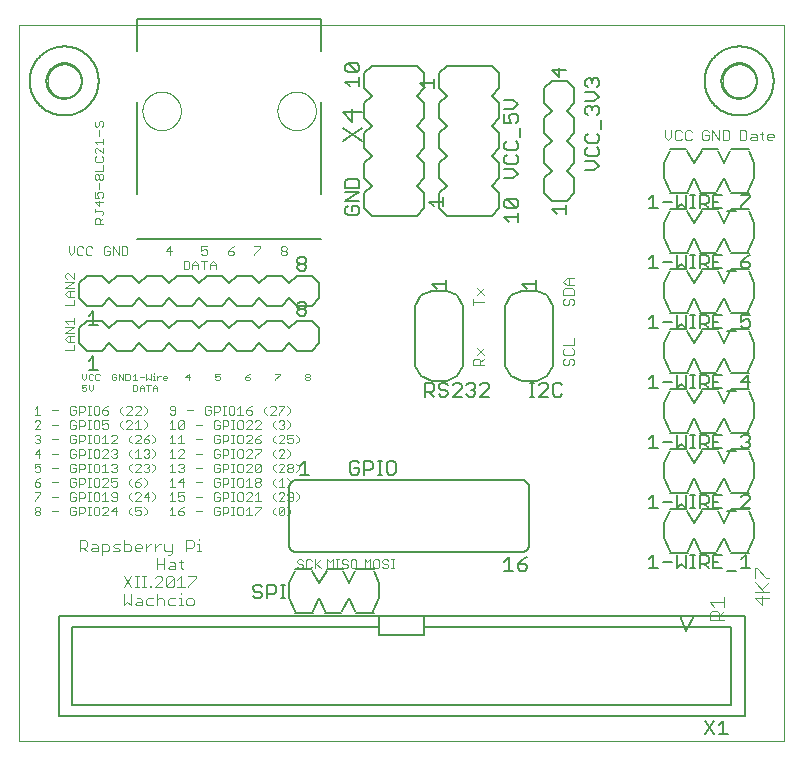
<source format=gto>
G75*
%MOIN*%
%OFA0B0*%
%FSLAX25Y25*%
%IPPOS*%
%LPD*%
%AMOC8*
5,1,8,0,0,1.08239X$1,22.5*
%
%ADD10C,0.00000*%
%ADD11C,0.00300*%
%ADD12C,0.00200*%
%ADD13C,0.00400*%
%ADD14C,0.00800*%
%ADD15C,0.00500*%
%ADD16C,0.00600*%
D10*
X0001800Y0001800D02*
X0001800Y0240501D01*
X0256721Y0240501D01*
X0256721Y0001800D01*
X0001800Y0001800D01*
X0042900Y0211800D02*
X0042902Y0211960D01*
X0042908Y0212119D01*
X0042918Y0212278D01*
X0042932Y0212437D01*
X0042950Y0212596D01*
X0042971Y0212754D01*
X0042997Y0212911D01*
X0043027Y0213068D01*
X0043060Y0213224D01*
X0043098Y0213379D01*
X0043139Y0213533D01*
X0043184Y0213686D01*
X0043233Y0213838D01*
X0043286Y0213989D01*
X0043342Y0214138D01*
X0043403Y0214286D01*
X0043466Y0214432D01*
X0043534Y0214577D01*
X0043605Y0214720D01*
X0043679Y0214861D01*
X0043757Y0215000D01*
X0043839Y0215137D01*
X0043924Y0215272D01*
X0044012Y0215405D01*
X0044104Y0215536D01*
X0044198Y0215664D01*
X0044296Y0215790D01*
X0044397Y0215914D01*
X0044501Y0216035D01*
X0044608Y0216153D01*
X0044718Y0216269D01*
X0044831Y0216382D01*
X0044947Y0216492D01*
X0045065Y0216599D01*
X0045186Y0216703D01*
X0045310Y0216804D01*
X0045436Y0216902D01*
X0045564Y0216996D01*
X0045695Y0217088D01*
X0045828Y0217176D01*
X0045963Y0217261D01*
X0046100Y0217343D01*
X0046239Y0217421D01*
X0046380Y0217495D01*
X0046523Y0217566D01*
X0046668Y0217634D01*
X0046814Y0217697D01*
X0046962Y0217758D01*
X0047111Y0217814D01*
X0047262Y0217867D01*
X0047414Y0217916D01*
X0047567Y0217961D01*
X0047721Y0218002D01*
X0047876Y0218040D01*
X0048032Y0218073D01*
X0048189Y0218103D01*
X0048346Y0218129D01*
X0048504Y0218150D01*
X0048663Y0218168D01*
X0048822Y0218182D01*
X0048981Y0218192D01*
X0049140Y0218198D01*
X0049300Y0218200D01*
X0049460Y0218198D01*
X0049619Y0218192D01*
X0049778Y0218182D01*
X0049937Y0218168D01*
X0050096Y0218150D01*
X0050254Y0218129D01*
X0050411Y0218103D01*
X0050568Y0218073D01*
X0050724Y0218040D01*
X0050879Y0218002D01*
X0051033Y0217961D01*
X0051186Y0217916D01*
X0051338Y0217867D01*
X0051489Y0217814D01*
X0051638Y0217758D01*
X0051786Y0217697D01*
X0051932Y0217634D01*
X0052077Y0217566D01*
X0052220Y0217495D01*
X0052361Y0217421D01*
X0052500Y0217343D01*
X0052637Y0217261D01*
X0052772Y0217176D01*
X0052905Y0217088D01*
X0053036Y0216996D01*
X0053164Y0216902D01*
X0053290Y0216804D01*
X0053414Y0216703D01*
X0053535Y0216599D01*
X0053653Y0216492D01*
X0053769Y0216382D01*
X0053882Y0216269D01*
X0053992Y0216153D01*
X0054099Y0216035D01*
X0054203Y0215914D01*
X0054304Y0215790D01*
X0054402Y0215664D01*
X0054496Y0215536D01*
X0054588Y0215405D01*
X0054676Y0215272D01*
X0054761Y0215137D01*
X0054843Y0215000D01*
X0054921Y0214861D01*
X0054995Y0214720D01*
X0055066Y0214577D01*
X0055134Y0214432D01*
X0055197Y0214286D01*
X0055258Y0214138D01*
X0055314Y0213989D01*
X0055367Y0213838D01*
X0055416Y0213686D01*
X0055461Y0213533D01*
X0055502Y0213379D01*
X0055540Y0213224D01*
X0055573Y0213068D01*
X0055603Y0212911D01*
X0055629Y0212754D01*
X0055650Y0212596D01*
X0055668Y0212437D01*
X0055682Y0212278D01*
X0055692Y0212119D01*
X0055698Y0211960D01*
X0055700Y0211800D01*
X0055698Y0211640D01*
X0055692Y0211481D01*
X0055682Y0211322D01*
X0055668Y0211163D01*
X0055650Y0211004D01*
X0055629Y0210846D01*
X0055603Y0210689D01*
X0055573Y0210532D01*
X0055540Y0210376D01*
X0055502Y0210221D01*
X0055461Y0210067D01*
X0055416Y0209914D01*
X0055367Y0209762D01*
X0055314Y0209611D01*
X0055258Y0209462D01*
X0055197Y0209314D01*
X0055134Y0209168D01*
X0055066Y0209023D01*
X0054995Y0208880D01*
X0054921Y0208739D01*
X0054843Y0208600D01*
X0054761Y0208463D01*
X0054676Y0208328D01*
X0054588Y0208195D01*
X0054496Y0208064D01*
X0054402Y0207936D01*
X0054304Y0207810D01*
X0054203Y0207686D01*
X0054099Y0207565D01*
X0053992Y0207447D01*
X0053882Y0207331D01*
X0053769Y0207218D01*
X0053653Y0207108D01*
X0053535Y0207001D01*
X0053414Y0206897D01*
X0053290Y0206796D01*
X0053164Y0206698D01*
X0053036Y0206604D01*
X0052905Y0206512D01*
X0052772Y0206424D01*
X0052637Y0206339D01*
X0052500Y0206257D01*
X0052361Y0206179D01*
X0052220Y0206105D01*
X0052077Y0206034D01*
X0051932Y0205966D01*
X0051786Y0205903D01*
X0051638Y0205842D01*
X0051489Y0205786D01*
X0051338Y0205733D01*
X0051186Y0205684D01*
X0051033Y0205639D01*
X0050879Y0205598D01*
X0050724Y0205560D01*
X0050568Y0205527D01*
X0050411Y0205497D01*
X0050254Y0205471D01*
X0050096Y0205450D01*
X0049937Y0205432D01*
X0049778Y0205418D01*
X0049619Y0205408D01*
X0049460Y0205402D01*
X0049300Y0205400D01*
X0049140Y0205402D01*
X0048981Y0205408D01*
X0048822Y0205418D01*
X0048663Y0205432D01*
X0048504Y0205450D01*
X0048346Y0205471D01*
X0048189Y0205497D01*
X0048032Y0205527D01*
X0047876Y0205560D01*
X0047721Y0205598D01*
X0047567Y0205639D01*
X0047414Y0205684D01*
X0047262Y0205733D01*
X0047111Y0205786D01*
X0046962Y0205842D01*
X0046814Y0205903D01*
X0046668Y0205966D01*
X0046523Y0206034D01*
X0046380Y0206105D01*
X0046239Y0206179D01*
X0046100Y0206257D01*
X0045963Y0206339D01*
X0045828Y0206424D01*
X0045695Y0206512D01*
X0045564Y0206604D01*
X0045436Y0206698D01*
X0045310Y0206796D01*
X0045186Y0206897D01*
X0045065Y0207001D01*
X0044947Y0207108D01*
X0044831Y0207218D01*
X0044718Y0207331D01*
X0044608Y0207447D01*
X0044501Y0207565D01*
X0044397Y0207686D01*
X0044296Y0207810D01*
X0044198Y0207936D01*
X0044104Y0208064D01*
X0044012Y0208195D01*
X0043924Y0208328D01*
X0043839Y0208463D01*
X0043757Y0208600D01*
X0043679Y0208739D01*
X0043605Y0208880D01*
X0043534Y0209023D01*
X0043466Y0209168D01*
X0043403Y0209314D01*
X0043342Y0209462D01*
X0043286Y0209611D01*
X0043233Y0209762D01*
X0043184Y0209914D01*
X0043139Y0210067D01*
X0043098Y0210221D01*
X0043060Y0210376D01*
X0043027Y0210532D01*
X0042997Y0210689D01*
X0042971Y0210846D01*
X0042950Y0211004D01*
X0042932Y0211163D01*
X0042918Y0211322D01*
X0042908Y0211481D01*
X0042902Y0211640D01*
X0042900Y0211800D01*
X0011288Y0221800D02*
X0011290Y0221948D01*
X0011296Y0222096D01*
X0011306Y0222244D01*
X0011320Y0222391D01*
X0011338Y0222538D01*
X0011359Y0222684D01*
X0011385Y0222830D01*
X0011415Y0222975D01*
X0011448Y0223119D01*
X0011486Y0223262D01*
X0011527Y0223404D01*
X0011572Y0223545D01*
X0011620Y0223685D01*
X0011673Y0223824D01*
X0011729Y0223961D01*
X0011789Y0224096D01*
X0011852Y0224230D01*
X0011919Y0224362D01*
X0011990Y0224492D01*
X0012064Y0224620D01*
X0012141Y0224746D01*
X0012222Y0224870D01*
X0012306Y0224992D01*
X0012393Y0225111D01*
X0012484Y0225228D01*
X0012578Y0225343D01*
X0012674Y0225455D01*
X0012774Y0225565D01*
X0012876Y0225671D01*
X0012982Y0225775D01*
X0013090Y0225876D01*
X0013201Y0225974D01*
X0013314Y0226070D01*
X0013430Y0226162D01*
X0013548Y0226251D01*
X0013669Y0226336D01*
X0013792Y0226419D01*
X0013917Y0226498D01*
X0014044Y0226574D01*
X0014173Y0226646D01*
X0014304Y0226715D01*
X0014437Y0226780D01*
X0014572Y0226841D01*
X0014708Y0226899D01*
X0014845Y0226954D01*
X0014984Y0227004D01*
X0015125Y0227051D01*
X0015266Y0227094D01*
X0015409Y0227134D01*
X0015553Y0227169D01*
X0015697Y0227201D01*
X0015843Y0227228D01*
X0015989Y0227252D01*
X0016136Y0227272D01*
X0016283Y0227288D01*
X0016430Y0227300D01*
X0016578Y0227308D01*
X0016726Y0227312D01*
X0016874Y0227312D01*
X0017022Y0227308D01*
X0017170Y0227300D01*
X0017317Y0227288D01*
X0017464Y0227272D01*
X0017611Y0227252D01*
X0017757Y0227228D01*
X0017903Y0227201D01*
X0018047Y0227169D01*
X0018191Y0227134D01*
X0018334Y0227094D01*
X0018475Y0227051D01*
X0018616Y0227004D01*
X0018755Y0226954D01*
X0018892Y0226899D01*
X0019028Y0226841D01*
X0019163Y0226780D01*
X0019296Y0226715D01*
X0019427Y0226646D01*
X0019556Y0226574D01*
X0019683Y0226498D01*
X0019808Y0226419D01*
X0019931Y0226336D01*
X0020052Y0226251D01*
X0020170Y0226162D01*
X0020286Y0226070D01*
X0020399Y0225974D01*
X0020510Y0225876D01*
X0020618Y0225775D01*
X0020724Y0225671D01*
X0020826Y0225565D01*
X0020926Y0225455D01*
X0021022Y0225343D01*
X0021116Y0225228D01*
X0021207Y0225111D01*
X0021294Y0224992D01*
X0021378Y0224870D01*
X0021459Y0224746D01*
X0021536Y0224620D01*
X0021610Y0224492D01*
X0021681Y0224362D01*
X0021748Y0224230D01*
X0021811Y0224096D01*
X0021871Y0223961D01*
X0021927Y0223824D01*
X0021980Y0223685D01*
X0022028Y0223545D01*
X0022073Y0223404D01*
X0022114Y0223262D01*
X0022152Y0223119D01*
X0022185Y0222975D01*
X0022215Y0222830D01*
X0022241Y0222684D01*
X0022262Y0222538D01*
X0022280Y0222391D01*
X0022294Y0222244D01*
X0022304Y0222096D01*
X0022310Y0221948D01*
X0022312Y0221800D01*
X0022310Y0221652D01*
X0022304Y0221504D01*
X0022294Y0221356D01*
X0022280Y0221209D01*
X0022262Y0221062D01*
X0022241Y0220916D01*
X0022215Y0220770D01*
X0022185Y0220625D01*
X0022152Y0220481D01*
X0022114Y0220338D01*
X0022073Y0220196D01*
X0022028Y0220055D01*
X0021980Y0219915D01*
X0021927Y0219776D01*
X0021871Y0219639D01*
X0021811Y0219504D01*
X0021748Y0219370D01*
X0021681Y0219238D01*
X0021610Y0219108D01*
X0021536Y0218980D01*
X0021459Y0218854D01*
X0021378Y0218730D01*
X0021294Y0218608D01*
X0021207Y0218489D01*
X0021116Y0218372D01*
X0021022Y0218257D01*
X0020926Y0218145D01*
X0020826Y0218035D01*
X0020724Y0217929D01*
X0020618Y0217825D01*
X0020510Y0217724D01*
X0020399Y0217626D01*
X0020286Y0217530D01*
X0020170Y0217438D01*
X0020052Y0217349D01*
X0019931Y0217264D01*
X0019808Y0217181D01*
X0019683Y0217102D01*
X0019556Y0217026D01*
X0019427Y0216954D01*
X0019296Y0216885D01*
X0019163Y0216820D01*
X0019028Y0216759D01*
X0018892Y0216701D01*
X0018755Y0216646D01*
X0018616Y0216596D01*
X0018475Y0216549D01*
X0018334Y0216506D01*
X0018191Y0216466D01*
X0018047Y0216431D01*
X0017903Y0216399D01*
X0017757Y0216372D01*
X0017611Y0216348D01*
X0017464Y0216328D01*
X0017317Y0216312D01*
X0017170Y0216300D01*
X0017022Y0216292D01*
X0016874Y0216288D01*
X0016726Y0216288D01*
X0016578Y0216292D01*
X0016430Y0216300D01*
X0016283Y0216312D01*
X0016136Y0216328D01*
X0015989Y0216348D01*
X0015843Y0216372D01*
X0015697Y0216399D01*
X0015553Y0216431D01*
X0015409Y0216466D01*
X0015266Y0216506D01*
X0015125Y0216549D01*
X0014984Y0216596D01*
X0014845Y0216646D01*
X0014708Y0216701D01*
X0014572Y0216759D01*
X0014437Y0216820D01*
X0014304Y0216885D01*
X0014173Y0216954D01*
X0014044Y0217026D01*
X0013917Y0217102D01*
X0013792Y0217181D01*
X0013669Y0217264D01*
X0013548Y0217349D01*
X0013430Y0217438D01*
X0013314Y0217530D01*
X0013201Y0217626D01*
X0013090Y0217724D01*
X0012982Y0217825D01*
X0012876Y0217929D01*
X0012774Y0218035D01*
X0012674Y0218145D01*
X0012578Y0218257D01*
X0012484Y0218372D01*
X0012393Y0218489D01*
X0012306Y0218608D01*
X0012222Y0218730D01*
X0012141Y0218854D01*
X0012064Y0218980D01*
X0011990Y0219108D01*
X0011919Y0219238D01*
X0011852Y0219370D01*
X0011789Y0219504D01*
X0011729Y0219639D01*
X0011673Y0219776D01*
X0011620Y0219915D01*
X0011572Y0220055D01*
X0011527Y0220196D01*
X0011486Y0220338D01*
X0011448Y0220481D01*
X0011415Y0220625D01*
X0011385Y0220770D01*
X0011359Y0220916D01*
X0011338Y0221062D01*
X0011320Y0221209D01*
X0011306Y0221356D01*
X0011296Y0221504D01*
X0011290Y0221652D01*
X0011288Y0221800D01*
X0087900Y0211800D02*
X0087902Y0211960D01*
X0087908Y0212119D01*
X0087918Y0212278D01*
X0087932Y0212437D01*
X0087950Y0212596D01*
X0087971Y0212754D01*
X0087997Y0212911D01*
X0088027Y0213068D01*
X0088060Y0213224D01*
X0088098Y0213379D01*
X0088139Y0213533D01*
X0088184Y0213686D01*
X0088233Y0213838D01*
X0088286Y0213989D01*
X0088342Y0214138D01*
X0088403Y0214286D01*
X0088466Y0214432D01*
X0088534Y0214577D01*
X0088605Y0214720D01*
X0088679Y0214861D01*
X0088757Y0215000D01*
X0088839Y0215137D01*
X0088924Y0215272D01*
X0089012Y0215405D01*
X0089104Y0215536D01*
X0089198Y0215664D01*
X0089296Y0215790D01*
X0089397Y0215914D01*
X0089501Y0216035D01*
X0089608Y0216153D01*
X0089718Y0216269D01*
X0089831Y0216382D01*
X0089947Y0216492D01*
X0090065Y0216599D01*
X0090186Y0216703D01*
X0090310Y0216804D01*
X0090436Y0216902D01*
X0090564Y0216996D01*
X0090695Y0217088D01*
X0090828Y0217176D01*
X0090963Y0217261D01*
X0091100Y0217343D01*
X0091239Y0217421D01*
X0091380Y0217495D01*
X0091523Y0217566D01*
X0091668Y0217634D01*
X0091814Y0217697D01*
X0091962Y0217758D01*
X0092111Y0217814D01*
X0092262Y0217867D01*
X0092414Y0217916D01*
X0092567Y0217961D01*
X0092721Y0218002D01*
X0092876Y0218040D01*
X0093032Y0218073D01*
X0093189Y0218103D01*
X0093346Y0218129D01*
X0093504Y0218150D01*
X0093663Y0218168D01*
X0093822Y0218182D01*
X0093981Y0218192D01*
X0094140Y0218198D01*
X0094300Y0218200D01*
X0094460Y0218198D01*
X0094619Y0218192D01*
X0094778Y0218182D01*
X0094937Y0218168D01*
X0095096Y0218150D01*
X0095254Y0218129D01*
X0095411Y0218103D01*
X0095568Y0218073D01*
X0095724Y0218040D01*
X0095879Y0218002D01*
X0096033Y0217961D01*
X0096186Y0217916D01*
X0096338Y0217867D01*
X0096489Y0217814D01*
X0096638Y0217758D01*
X0096786Y0217697D01*
X0096932Y0217634D01*
X0097077Y0217566D01*
X0097220Y0217495D01*
X0097361Y0217421D01*
X0097500Y0217343D01*
X0097637Y0217261D01*
X0097772Y0217176D01*
X0097905Y0217088D01*
X0098036Y0216996D01*
X0098164Y0216902D01*
X0098290Y0216804D01*
X0098414Y0216703D01*
X0098535Y0216599D01*
X0098653Y0216492D01*
X0098769Y0216382D01*
X0098882Y0216269D01*
X0098992Y0216153D01*
X0099099Y0216035D01*
X0099203Y0215914D01*
X0099304Y0215790D01*
X0099402Y0215664D01*
X0099496Y0215536D01*
X0099588Y0215405D01*
X0099676Y0215272D01*
X0099761Y0215137D01*
X0099843Y0215000D01*
X0099921Y0214861D01*
X0099995Y0214720D01*
X0100066Y0214577D01*
X0100134Y0214432D01*
X0100197Y0214286D01*
X0100258Y0214138D01*
X0100314Y0213989D01*
X0100367Y0213838D01*
X0100416Y0213686D01*
X0100461Y0213533D01*
X0100502Y0213379D01*
X0100540Y0213224D01*
X0100573Y0213068D01*
X0100603Y0212911D01*
X0100629Y0212754D01*
X0100650Y0212596D01*
X0100668Y0212437D01*
X0100682Y0212278D01*
X0100692Y0212119D01*
X0100698Y0211960D01*
X0100700Y0211800D01*
X0100698Y0211640D01*
X0100692Y0211481D01*
X0100682Y0211322D01*
X0100668Y0211163D01*
X0100650Y0211004D01*
X0100629Y0210846D01*
X0100603Y0210689D01*
X0100573Y0210532D01*
X0100540Y0210376D01*
X0100502Y0210221D01*
X0100461Y0210067D01*
X0100416Y0209914D01*
X0100367Y0209762D01*
X0100314Y0209611D01*
X0100258Y0209462D01*
X0100197Y0209314D01*
X0100134Y0209168D01*
X0100066Y0209023D01*
X0099995Y0208880D01*
X0099921Y0208739D01*
X0099843Y0208600D01*
X0099761Y0208463D01*
X0099676Y0208328D01*
X0099588Y0208195D01*
X0099496Y0208064D01*
X0099402Y0207936D01*
X0099304Y0207810D01*
X0099203Y0207686D01*
X0099099Y0207565D01*
X0098992Y0207447D01*
X0098882Y0207331D01*
X0098769Y0207218D01*
X0098653Y0207108D01*
X0098535Y0207001D01*
X0098414Y0206897D01*
X0098290Y0206796D01*
X0098164Y0206698D01*
X0098036Y0206604D01*
X0097905Y0206512D01*
X0097772Y0206424D01*
X0097637Y0206339D01*
X0097500Y0206257D01*
X0097361Y0206179D01*
X0097220Y0206105D01*
X0097077Y0206034D01*
X0096932Y0205966D01*
X0096786Y0205903D01*
X0096638Y0205842D01*
X0096489Y0205786D01*
X0096338Y0205733D01*
X0096186Y0205684D01*
X0096033Y0205639D01*
X0095879Y0205598D01*
X0095724Y0205560D01*
X0095568Y0205527D01*
X0095411Y0205497D01*
X0095254Y0205471D01*
X0095096Y0205450D01*
X0094937Y0205432D01*
X0094778Y0205418D01*
X0094619Y0205408D01*
X0094460Y0205402D01*
X0094300Y0205400D01*
X0094140Y0205402D01*
X0093981Y0205408D01*
X0093822Y0205418D01*
X0093663Y0205432D01*
X0093504Y0205450D01*
X0093346Y0205471D01*
X0093189Y0205497D01*
X0093032Y0205527D01*
X0092876Y0205560D01*
X0092721Y0205598D01*
X0092567Y0205639D01*
X0092414Y0205684D01*
X0092262Y0205733D01*
X0092111Y0205786D01*
X0091962Y0205842D01*
X0091814Y0205903D01*
X0091668Y0205966D01*
X0091523Y0206034D01*
X0091380Y0206105D01*
X0091239Y0206179D01*
X0091100Y0206257D01*
X0090963Y0206339D01*
X0090828Y0206424D01*
X0090695Y0206512D01*
X0090564Y0206604D01*
X0090436Y0206698D01*
X0090310Y0206796D01*
X0090186Y0206897D01*
X0090065Y0207001D01*
X0089947Y0207108D01*
X0089831Y0207218D01*
X0089718Y0207331D01*
X0089608Y0207447D01*
X0089501Y0207565D01*
X0089397Y0207686D01*
X0089296Y0207810D01*
X0089198Y0207936D01*
X0089104Y0208064D01*
X0089012Y0208195D01*
X0088924Y0208328D01*
X0088839Y0208463D01*
X0088757Y0208600D01*
X0088679Y0208739D01*
X0088605Y0208880D01*
X0088534Y0209023D01*
X0088466Y0209168D01*
X0088403Y0209314D01*
X0088342Y0209462D01*
X0088286Y0209611D01*
X0088233Y0209762D01*
X0088184Y0209914D01*
X0088139Y0210067D01*
X0088098Y0210221D01*
X0088060Y0210376D01*
X0088027Y0210532D01*
X0087997Y0210689D01*
X0087971Y0210846D01*
X0087950Y0211004D01*
X0087932Y0211163D01*
X0087918Y0211322D01*
X0087908Y0211481D01*
X0087902Y0211640D01*
X0087900Y0211800D01*
X0236288Y0221800D02*
X0236290Y0221948D01*
X0236296Y0222096D01*
X0236306Y0222244D01*
X0236320Y0222391D01*
X0236338Y0222538D01*
X0236359Y0222684D01*
X0236385Y0222830D01*
X0236415Y0222975D01*
X0236448Y0223119D01*
X0236486Y0223262D01*
X0236527Y0223404D01*
X0236572Y0223545D01*
X0236620Y0223685D01*
X0236673Y0223824D01*
X0236729Y0223961D01*
X0236789Y0224096D01*
X0236852Y0224230D01*
X0236919Y0224362D01*
X0236990Y0224492D01*
X0237064Y0224620D01*
X0237141Y0224746D01*
X0237222Y0224870D01*
X0237306Y0224992D01*
X0237393Y0225111D01*
X0237484Y0225228D01*
X0237578Y0225343D01*
X0237674Y0225455D01*
X0237774Y0225565D01*
X0237876Y0225671D01*
X0237982Y0225775D01*
X0238090Y0225876D01*
X0238201Y0225974D01*
X0238314Y0226070D01*
X0238430Y0226162D01*
X0238548Y0226251D01*
X0238669Y0226336D01*
X0238792Y0226419D01*
X0238917Y0226498D01*
X0239044Y0226574D01*
X0239173Y0226646D01*
X0239304Y0226715D01*
X0239437Y0226780D01*
X0239572Y0226841D01*
X0239708Y0226899D01*
X0239845Y0226954D01*
X0239984Y0227004D01*
X0240125Y0227051D01*
X0240266Y0227094D01*
X0240409Y0227134D01*
X0240553Y0227169D01*
X0240697Y0227201D01*
X0240843Y0227228D01*
X0240989Y0227252D01*
X0241136Y0227272D01*
X0241283Y0227288D01*
X0241430Y0227300D01*
X0241578Y0227308D01*
X0241726Y0227312D01*
X0241874Y0227312D01*
X0242022Y0227308D01*
X0242170Y0227300D01*
X0242317Y0227288D01*
X0242464Y0227272D01*
X0242611Y0227252D01*
X0242757Y0227228D01*
X0242903Y0227201D01*
X0243047Y0227169D01*
X0243191Y0227134D01*
X0243334Y0227094D01*
X0243475Y0227051D01*
X0243616Y0227004D01*
X0243755Y0226954D01*
X0243892Y0226899D01*
X0244028Y0226841D01*
X0244163Y0226780D01*
X0244296Y0226715D01*
X0244427Y0226646D01*
X0244556Y0226574D01*
X0244683Y0226498D01*
X0244808Y0226419D01*
X0244931Y0226336D01*
X0245052Y0226251D01*
X0245170Y0226162D01*
X0245286Y0226070D01*
X0245399Y0225974D01*
X0245510Y0225876D01*
X0245618Y0225775D01*
X0245724Y0225671D01*
X0245826Y0225565D01*
X0245926Y0225455D01*
X0246022Y0225343D01*
X0246116Y0225228D01*
X0246207Y0225111D01*
X0246294Y0224992D01*
X0246378Y0224870D01*
X0246459Y0224746D01*
X0246536Y0224620D01*
X0246610Y0224492D01*
X0246681Y0224362D01*
X0246748Y0224230D01*
X0246811Y0224096D01*
X0246871Y0223961D01*
X0246927Y0223824D01*
X0246980Y0223685D01*
X0247028Y0223545D01*
X0247073Y0223404D01*
X0247114Y0223262D01*
X0247152Y0223119D01*
X0247185Y0222975D01*
X0247215Y0222830D01*
X0247241Y0222684D01*
X0247262Y0222538D01*
X0247280Y0222391D01*
X0247294Y0222244D01*
X0247304Y0222096D01*
X0247310Y0221948D01*
X0247312Y0221800D01*
X0247310Y0221652D01*
X0247304Y0221504D01*
X0247294Y0221356D01*
X0247280Y0221209D01*
X0247262Y0221062D01*
X0247241Y0220916D01*
X0247215Y0220770D01*
X0247185Y0220625D01*
X0247152Y0220481D01*
X0247114Y0220338D01*
X0247073Y0220196D01*
X0247028Y0220055D01*
X0246980Y0219915D01*
X0246927Y0219776D01*
X0246871Y0219639D01*
X0246811Y0219504D01*
X0246748Y0219370D01*
X0246681Y0219238D01*
X0246610Y0219108D01*
X0246536Y0218980D01*
X0246459Y0218854D01*
X0246378Y0218730D01*
X0246294Y0218608D01*
X0246207Y0218489D01*
X0246116Y0218372D01*
X0246022Y0218257D01*
X0245926Y0218145D01*
X0245826Y0218035D01*
X0245724Y0217929D01*
X0245618Y0217825D01*
X0245510Y0217724D01*
X0245399Y0217626D01*
X0245286Y0217530D01*
X0245170Y0217438D01*
X0245052Y0217349D01*
X0244931Y0217264D01*
X0244808Y0217181D01*
X0244683Y0217102D01*
X0244556Y0217026D01*
X0244427Y0216954D01*
X0244296Y0216885D01*
X0244163Y0216820D01*
X0244028Y0216759D01*
X0243892Y0216701D01*
X0243755Y0216646D01*
X0243616Y0216596D01*
X0243475Y0216549D01*
X0243334Y0216506D01*
X0243191Y0216466D01*
X0243047Y0216431D01*
X0242903Y0216399D01*
X0242757Y0216372D01*
X0242611Y0216348D01*
X0242464Y0216328D01*
X0242317Y0216312D01*
X0242170Y0216300D01*
X0242022Y0216292D01*
X0241874Y0216288D01*
X0241726Y0216288D01*
X0241578Y0216292D01*
X0241430Y0216300D01*
X0241283Y0216312D01*
X0241136Y0216328D01*
X0240989Y0216348D01*
X0240843Y0216372D01*
X0240697Y0216399D01*
X0240553Y0216431D01*
X0240409Y0216466D01*
X0240266Y0216506D01*
X0240125Y0216549D01*
X0239984Y0216596D01*
X0239845Y0216646D01*
X0239708Y0216701D01*
X0239572Y0216759D01*
X0239437Y0216820D01*
X0239304Y0216885D01*
X0239173Y0216954D01*
X0239044Y0217026D01*
X0238917Y0217102D01*
X0238792Y0217181D01*
X0238669Y0217264D01*
X0238548Y0217349D01*
X0238430Y0217438D01*
X0238314Y0217530D01*
X0238201Y0217626D01*
X0238090Y0217724D01*
X0237982Y0217825D01*
X0237876Y0217929D01*
X0237774Y0218035D01*
X0237674Y0218145D01*
X0237578Y0218257D01*
X0237484Y0218372D01*
X0237393Y0218489D01*
X0237306Y0218608D01*
X0237222Y0218730D01*
X0237141Y0218854D01*
X0237064Y0218980D01*
X0236990Y0219108D01*
X0236919Y0219238D01*
X0236852Y0219370D01*
X0236789Y0219504D01*
X0236729Y0219639D01*
X0236673Y0219776D01*
X0236620Y0219915D01*
X0236572Y0220055D01*
X0236527Y0220196D01*
X0236486Y0220338D01*
X0236448Y0220481D01*
X0236415Y0220625D01*
X0236385Y0220770D01*
X0236359Y0220916D01*
X0236338Y0221062D01*
X0236320Y0221209D01*
X0236306Y0221356D01*
X0236296Y0221504D01*
X0236290Y0221652D01*
X0236288Y0221800D01*
D11*
X0236264Y0205353D02*
X0237965Y0205353D01*
X0238532Y0204786D01*
X0238532Y0202517D01*
X0237965Y0201950D01*
X0236264Y0201950D01*
X0236264Y0205353D01*
X0235126Y0205353D02*
X0235126Y0201950D01*
X0232857Y0205353D01*
X0232857Y0201950D01*
X0231719Y0202517D02*
X0231719Y0203651D01*
X0230584Y0203651D01*
X0229450Y0202517D02*
X0230017Y0201950D01*
X0231151Y0201950D01*
X0231719Y0202517D01*
X0231719Y0204786D02*
X0231151Y0205353D01*
X0230017Y0205353D01*
X0229450Y0204786D01*
X0229450Y0202517D01*
X0226032Y0202517D02*
X0225465Y0201950D01*
X0224331Y0201950D01*
X0223764Y0202517D01*
X0223764Y0204786D01*
X0224331Y0205353D01*
X0225465Y0205353D01*
X0226032Y0204786D01*
X0222626Y0204786D02*
X0222058Y0205353D01*
X0220924Y0205353D01*
X0220357Y0204786D01*
X0220357Y0202517D01*
X0220924Y0201950D01*
X0222058Y0201950D01*
X0222626Y0202517D01*
X0219219Y0203084D02*
X0218084Y0201950D01*
X0216950Y0203084D01*
X0216950Y0205353D01*
X0219219Y0205353D02*
X0219219Y0203084D01*
X0241950Y0201950D02*
X0243651Y0201950D01*
X0244219Y0202517D01*
X0244219Y0204786D01*
X0243651Y0205353D01*
X0241950Y0205353D01*
X0241950Y0201950D01*
X0245357Y0202517D02*
X0245924Y0203084D01*
X0247626Y0203084D01*
X0247626Y0203651D02*
X0247626Y0201950D01*
X0245924Y0201950D01*
X0245357Y0202517D01*
X0245924Y0204219D02*
X0247058Y0204219D01*
X0247626Y0203651D01*
X0248764Y0204219D02*
X0249898Y0204219D01*
X0249331Y0204786D02*
X0249331Y0202517D01*
X0249898Y0201950D01*
X0251035Y0202517D02*
X0251035Y0203651D01*
X0251602Y0204219D01*
X0252737Y0204219D01*
X0253304Y0203651D01*
X0253304Y0203084D01*
X0251035Y0203084D01*
X0251035Y0202517D02*
X0251602Y0201950D01*
X0252737Y0201950D01*
X0186650Y0156032D02*
X0184381Y0156032D01*
X0183247Y0154898D01*
X0184381Y0153764D01*
X0186650Y0153764D01*
X0186083Y0152626D02*
X0183814Y0152626D01*
X0183247Y0152058D01*
X0183247Y0150357D01*
X0186650Y0150357D01*
X0186650Y0152058D01*
X0186083Y0152626D01*
X0184949Y0153764D02*
X0184949Y0156032D01*
X0185516Y0149219D02*
X0186083Y0149219D01*
X0186650Y0148651D01*
X0186650Y0147517D01*
X0186083Y0146950D01*
X0184949Y0147517D02*
X0184949Y0148651D01*
X0185516Y0149219D01*
X0183814Y0149219D02*
X0183247Y0148651D01*
X0183247Y0147517D01*
X0183814Y0146950D01*
X0184381Y0146950D01*
X0184949Y0147517D01*
X0186650Y0136032D02*
X0186650Y0133764D01*
X0183247Y0133764D01*
X0183814Y0132626D02*
X0183247Y0132058D01*
X0183247Y0130924D01*
X0183814Y0130357D01*
X0186083Y0130357D01*
X0186650Y0130924D01*
X0186650Y0132058D01*
X0186083Y0132626D01*
X0186083Y0129219D02*
X0186650Y0128651D01*
X0186650Y0127517D01*
X0186083Y0126950D01*
X0184949Y0127517D02*
X0184949Y0128651D01*
X0185516Y0129219D01*
X0186083Y0129219D01*
X0184949Y0127517D02*
X0184381Y0126950D01*
X0183814Y0126950D01*
X0183247Y0127517D01*
X0183247Y0128651D01*
X0183814Y0129219D01*
X0156650Y0129219D02*
X0155516Y0128084D01*
X0155516Y0128651D02*
X0155516Y0126950D01*
X0156650Y0126950D02*
X0153247Y0126950D01*
X0153247Y0128651D01*
X0153814Y0129219D01*
X0154949Y0129219D01*
X0155516Y0128651D01*
X0156650Y0130357D02*
X0154381Y0132626D01*
X0154381Y0130357D02*
X0156650Y0132626D01*
X0153247Y0146950D02*
X0153247Y0149219D01*
X0153247Y0148084D02*
X0156650Y0148084D01*
X0156650Y0150357D02*
X0154381Y0152626D01*
X0154381Y0150357D02*
X0156650Y0152626D01*
X0095151Y0102885D02*
X0095151Y0101917D01*
X0094183Y0100950D01*
X0093172Y0101434D02*
X0092688Y0100950D01*
X0091721Y0100950D01*
X0091237Y0101434D01*
X0091237Y0102401D02*
X0092204Y0102885D01*
X0092688Y0102885D01*
X0093172Y0102401D01*
X0093172Y0101434D01*
X0091237Y0102401D02*
X0091237Y0103852D01*
X0093172Y0103852D01*
X0094183Y0103852D02*
X0095151Y0102885D01*
X0092204Y0106717D02*
X0092204Y0107685D01*
X0091237Y0108652D01*
X0090225Y0108169D02*
X0090225Y0107685D01*
X0089742Y0107201D01*
X0090225Y0106717D01*
X0090225Y0106234D01*
X0089742Y0105750D01*
X0088774Y0105750D01*
X0088290Y0106234D01*
X0087294Y0105750D02*
X0086326Y0106717D01*
X0086326Y0107685D01*
X0087294Y0108652D01*
X0088290Y0108169D02*
X0088774Y0108652D01*
X0089742Y0108652D01*
X0090225Y0108169D01*
X0089742Y0107201D02*
X0089258Y0107201D01*
X0091237Y0105750D02*
X0092204Y0106717D01*
X0089742Y0103852D02*
X0088774Y0103852D01*
X0088290Y0103369D01*
X0087294Y0103852D02*
X0086326Y0102885D01*
X0086326Y0101917D01*
X0087294Y0100950D01*
X0088290Y0100950D02*
X0090225Y0102885D01*
X0090225Y0103369D01*
X0089742Y0103852D01*
X0090225Y0100950D02*
X0088290Y0100950D01*
X0088774Y0099052D02*
X0088290Y0098569D01*
X0088774Y0099052D02*
X0089742Y0099052D01*
X0090225Y0098569D01*
X0090225Y0098085D01*
X0088290Y0096150D01*
X0090225Y0096150D01*
X0091237Y0096150D02*
X0092204Y0097117D01*
X0092204Y0098085D01*
X0091237Y0099052D01*
X0087294Y0099052D02*
X0086326Y0098085D01*
X0086326Y0097117D01*
X0087294Y0096150D01*
X0087294Y0094252D02*
X0086326Y0093285D01*
X0086326Y0092317D01*
X0087294Y0091350D01*
X0088290Y0091350D02*
X0090225Y0093285D01*
X0090225Y0093769D01*
X0089742Y0094252D01*
X0088774Y0094252D01*
X0088290Y0093769D01*
X0088290Y0091350D02*
X0090225Y0091350D01*
X0091237Y0091834D02*
X0091237Y0092317D01*
X0091721Y0092801D01*
X0092688Y0092801D01*
X0093172Y0092317D01*
X0093172Y0091834D01*
X0092688Y0091350D01*
X0091721Y0091350D01*
X0091237Y0091834D01*
X0091721Y0092801D02*
X0091237Y0093285D01*
X0091237Y0093769D01*
X0091721Y0094252D01*
X0092688Y0094252D01*
X0093172Y0093769D01*
X0093172Y0093285D01*
X0092688Y0092801D01*
X0094183Y0091350D02*
X0095151Y0092317D01*
X0095151Y0093285D01*
X0094183Y0094252D01*
X0091237Y0089452D02*
X0092204Y0088485D01*
X0092204Y0087517D01*
X0091237Y0086550D01*
X0090225Y0086550D02*
X0088290Y0086550D01*
X0089258Y0086550D02*
X0089258Y0089452D01*
X0088290Y0088485D01*
X0087294Y0089452D02*
X0086326Y0088485D01*
X0086326Y0087517D01*
X0087294Y0086550D01*
X0087294Y0084652D02*
X0086326Y0083685D01*
X0086326Y0082717D01*
X0087294Y0081750D01*
X0088290Y0081750D02*
X0090225Y0083685D01*
X0090225Y0084169D01*
X0089742Y0084652D01*
X0088774Y0084652D01*
X0088290Y0084169D01*
X0088290Y0081750D02*
X0090225Y0081750D01*
X0091237Y0082234D02*
X0091721Y0081750D01*
X0092688Y0081750D01*
X0093172Y0082234D01*
X0093172Y0084169D01*
X0092688Y0084652D01*
X0091721Y0084652D01*
X0091237Y0084169D01*
X0091237Y0083685D01*
X0091721Y0083201D01*
X0093172Y0083201D01*
X0094183Y0081750D02*
X0095151Y0082717D01*
X0095151Y0083685D01*
X0094183Y0084652D01*
X0091237Y0079852D02*
X0092204Y0078885D01*
X0092204Y0077917D01*
X0091237Y0076950D01*
X0090225Y0077434D02*
X0090225Y0079369D01*
X0088290Y0077434D01*
X0088774Y0076950D01*
X0089742Y0076950D01*
X0090225Y0077434D01*
X0088290Y0077434D02*
X0088290Y0079369D01*
X0088774Y0079852D01*
X0089742Y0079852D01*
X0090225Y0079369D01*
X0087294Y0079852D02*
X0086326Y0078885D01*
X0086326Y0077917D01*
X0087294Y0076950D01*
X0082368Y0079369D02*
X0080433Y0077434D01*
X0080433Y0076950D01*
X0079421Y0076950D02*
X0077486Y0076950D01*
X0078454Y0076950D02*
X0078454Y0079852D01*
X0077486Y0078885D01*
X0076475Y0079369D02*
X0075991Y0079852D01*
X0075024Y0079852D01*
X0074540Y0079369D01*
X0074540Y0077434D01*
X0075024Y0076950D01*
X0075991Y0076950D01*
X0076475Y0077434D01*
X0076475Y0079369D01*
X0075991Y0081750D02*
X0076475Y0082234D01*
X0076475Y0084169D01*
X0075991Y0084652D01*
X0075024Y0084652D01*
X0074540Y0084169D01*
X0074540Y0082234D01*
X0075024Y0081750D01*
X0075991Y0081750D01*
X0077486Y0081750D02*
X0079421Y0083685D01*
X0079421Y0084169D01*
X0078938Y0084652D01*
X0077970Y0084652D01*
X0077486Y0084169D01*
X0077486Y0086550D02*
X0079421Y0086550D01*
X0078454Y0086550D02*
X0078454Y0089452D01*
X0077486Y0088485D01*
X0076475Y0088969D02*
X0075991Y0089452D01*
X0075024Y0089452D01*
X0074540Y0088969D01*
X0074540Y0087034D01*
X0075024Y0086550D01*
X0075991Y0086550D01*
X0076475Y0087034D01*
X0076475Y0088969D01*
X0075991Y0091350D02*
X0076475Y0091834D01*
X0076475Y0093769D01*
X0075991Y0094252D01*
X0075024Y0094252D01*
X0074540Y0093769D01*
X0074540Y0091834D01*
X0075024Y0091350D01*
X0075991Y0091350D01*
X0077486Y0091350D02*
X0079421Y0093285D01*
X0079421Y0093769D01*
X0078938Y0094252D01*
X0077970Y0094252D01*
X0077486Y0093769D01*
X0077486Y0096150D02*
X0079421Y0098085D01*
X0079421Y0098569D01*
X0078938Y0099052D01*
X0077970Y0099052D01*
X0077486Y0098569D01*
X0076475Y0098569D02*
X0075991Y0099052D01*
X0075024Y0099052D01*
X0074540Y0098569D01*
X0074540Y0096634D01*
X0075024Y0096150D01*
X0075991Y0096150D01*
X0076475Y0096634D01*
X0076475Y0098569D01*
X0075991Y0100950D02*
X0076475Y0101434D01*
X0076475Y0103369D01*
X0075991Y0103852D01*
X0075024Y0103852D01*
X0074540Y0103369D01*
X0074540Y0101434D01*
X0075024Y0100950D01*
X0075991Y0100950D01*
X0077486Y0100950D02*
X0079421Y0102885D01*
X0079421Y0103369D01*
X0078938Y0103852D01*
X0077970Y0103852D01*
X0077486Y0103369D01*
X0077486Y0105750D02*
X0079421Y0107685D01*
X0079421Y0108169D01*
X0078938Y0108652D01*
X0077970Y0108652D01*
X0077486Y0108169D01*
X0076475Y0108169D02*
X0075991Y0108652D01*
X0075024Y0108652D01*
X0074540Y0108169D01*
X0074540Y0106234D01*
X0075024Y0105750D01*
X0075991Y0105750D01*
X0076475Y0106234D01*
X0076475Y0108169D01*
X0076475Y0110550D02*
X0074540Y0110550D01*
X0075507Y0110550D02*
X0075507Y0113452D01*
X0074540Y0112485D01*
X0073528Y0112969D02*
X0073045Y0113452D01*
X0072077Y0113452D01*
X0071593Y0112969D01*
X0071593Y0111034D01*
X0072077Y0110550D01*
X0073045Y0110550D01*
X0073528Y0111034D01*
X0073528Y0112969D01*
X0070597Y0113452D02*
X0069629Y0113452D01*
X0070113Y0113452D02*
X0070113Y0110550D01*
X0069629Y0110550D02*
X0070597Y0110550D01*
X0071080Y0108652D02*
X0069629Y0108652D01*
X0069629Y0105750D01*
X0069629Y0106717D02*
X0071080Y0106717D01*
X0071564Y0107201D01*
X0071564Y0108169D01*
X0071080Y0108652D01*
X0072576Y0108652D02*
X0073543Y0108652D01*
X0073059Y0108652D02*
X0073059Y0105750D01*
X0072576Y0105750D02*
X0073543Y0105750D01*
X0073543Y0103852D02*
X0072576Y0103852D01*
X0073059Y0103852D02*
X0073059Y0100950D01*
X0072576Y0100950D02*
X0073543Y0100950D01*
X0073543Y0099052D02*
X0072576Y0099052D01*
X0073059Y0099052D02*
X0073059Y0096150D01*
X0072576Y0096150D02*
X0073543Y0096150D01*
X0073543Y0094252D02*
X0072576Y0094252D01*
X0073059Y0094252D02*
X0073059Y0091350D01*
X0072576Y0091350D02*
X0073543Y0091350D01*
X0073543Y0089452D02*
X0072576Y0089452D01*
X0073059Y0089452D02*
X0073059Y0086550D01*
X0072576Y0086550D02*
X0073543Y0086550D01*
X0073543Y0084652D02*
X0072576Y0084652D01*
X0073059Y0084652D02*
X0073059Y0081750D01*
X0072576Y0081750D02*
X0073543Y0081750D01*
X0073543Y0079852D02*
X0072576Y0079852D01*
X0073059Y0079852D02*
X0073059Y0076950D01*
X0072576Y0076950D02*
X0073543Y0076950D01*
X0071564Y0078401D02*
X0071080Y0077917D01*
X0069629Y0077917D01*
X0069629Y0076950D02*
X0069629Y0079852D01*
X0071080Y0079852D01*
X0071564Y0079369D01*
X0071564Y0078401D01*
X0068618Y0078401D02*
X0068618Y0077434D01*
X0068134Y0076950D01*
X0067166Y0076950D01*
X0066683Y0077434D01*
X0066683Y0079369D01*
X0067166Y0079852D01*
X0068134Y0079852D01*
X0068618Y0079369D01*
X0068618Y0078401D02*
X0067650Y0078401D01*
X0067166Y0081750D02*
X0068134Y0081750D01*
X0068618Y0082234D01*
X0068618Y0083201D01*
X0067650Y0083201D01*
X0066683Y0082234D02*
X0067166Y0081750D01*
X0066683Y0082234D02*
X0066683Y0084169D01*
X0067166Y0084652D01*
X0068134Y0084652D01*
X0068618Y0084169D01*
X0069629Y0084652D02*
X0071080Y0084652D01*
X0071564Y0084169D01*
X0071564Y0083201D01*
X0071080Y0082717D01*
X0069629Y0082717D01*
X0069629Y0081750D02*
X0069629Y0084652D01*
X0069629Y0086550D02*
X0069629Y0089452D01*
X0071080Y0089452D01*
X0071564Y0088969D01*
X0071564Y0088001D01*
X0071080Y0087517D01*
X0069629Y0087517D01*
X0068618Y0087034D02*
X0068618Y0088001D01*
X0067650Y0088001D01*
X0066683Y0087034D02*
X0067166Y0086550D01*
X0068134Y0086550D01*
X0068618Y0087034D01*
X0068618Y0088969D02*
X0068134Y0089452D01*
X0067166Y0089452D01*
X0066683Y0088969D01*
X0066683Y0087034D01*
X0062725Y0088001D02*
X0060790Y0088001D01*
X0056831Y0088001D02*
X0054897Y0088001D01*
X0056348Y0089452D01*
X0056348Y0086550D01*
X0056831Y0084652D02*
X0054897Y0084652D01*
X0054897Y0083201D01*
X0055864Y0083685D01*
X0056348Y0083685D01*
X0056831Y0083201D01*
X0056831Y0082234D01*
X0056348Y0081750D01*
X0055380Y0081750D01*
X0054897Y0082234D01*
X0053885Y0081750D02*
X0051950Y0081750D01*
X0052917Y0081750D02*
X0052917Y0084652D01*
X0051950Y0083685D01*
X0051950Y0086550D02*
X0053885Y0086550D01*
X0052917Y0086550D02*
X0052917Y0089452D01*
X0051950Y0088485D01*
X0051950Y0091350D02*
X0053885Y0091350D01*
X0052917Y0091350D02*
X0052917Y0094252D01*
X0051950Y0093285D01*
X0051950Y0096150D02*
X0053885Y0096150D01*
X0052917Y0096150D02*
X0052917Y0099052D01*
X0051950Y0098085D01*
X0051950Y0100950D02*
X0053885Y0100950D01*
X0052917Y0100950D02*
X0052917Y0103852D01*
X0051950Y0102885D01*
X0051950Y0105750D02*
X0053885Y0105750D01*
X0052917Y0105750D02*
X0052917Y0108652D01*
X0051950Y0107685D01*
X0052434Y0110550D02*
X0053401Y0110550D01*
X0053885Y0111034D01*
X0053885Y0112969D01*
X0053401Y0113452D01*
X0052434Y0113452D01*
X0051950Y0112969D01*
X0051950Y0112485D01*
X0052434Y0112001D01*
X0053885Y0112001D01*
X0052434Y0110550D02*
X0051950Y0111034D01*
X0054897Y0108169D02*
X0055380Y0108652D01*
X0056348Y0108652D01*
X0056831Y0108169D01*
X0054897Y0106234D01*
X0055380Y0105750D01*
X0056348Y0105750D01*
X0056831Y0106234D01*
X0056831Y0108169D01*
X0054897Y0108169D02*
X0054897Y0106234D01*
X0055864Y0103852D02*
X0055864Y0100950D01*
X0054897Y0100950D02*
X0056831Y0100950D01*
X0056348Y0099052D02*
X0055380Y0099052D01*
X0054897Y0098569D01*
X0056348Y0099052D02*
X0056831Y0098569D01*
X0056831Y0098085D01*
X0054897Y0096150D01*
X0056831Y0096150D01*
X0056348Y0094252D02*
X0056831Y0093769D01*
X0056831Y0093285D01*
X0056348Y0092801D01*
X0056831Y0092317D01*
X0056831Y0091834D01*
X0056348Y0091350D01*
X0055380Y0091350D01*
X0054897Y0091834D01*
X0055864Y0092801D02*
X0056348Y0092801D01*
X0056348Y0094252D02*
X0055380Y0094252D01*
X0054897Y0093769D01*
X0060790Y0092801D02*
X0062725Y0092801D01*
X0066683Y0091834D02*
X0067166Y0091350D01*
X0068134Y0091350D01*
X0068618Y0091834D01*
X0068618Y0092801D01*
X0067650Y0092801D01*
X0066683Y0091834D02*
X0066683Y0093769D01*
X0067166Y0094252D01*
X0068134Y0094252D01*
X0068618Y0093769D01*
X0069629Y0094252D02*
X0071080Y0094252D01*
X0071564Y0093769D01*
X0071564Y0092801D01*
X0071080Y0092317D01*
X0069629Y0092317D01*
X0069629Y0091350D02*
X0069629Y0094252D01*
X0069629Y0096150D02*
X0069629Y0099052D01*
X0071080Y0099052D01*
X0071564Y0098569D01*
X0071564Y0097601D01*
X0071080Y0097117D01*
X0069629Y0097117D01*
X0068618Y0096634D02*
X0068618Y0097601D01*
X0067650Y0097601D01*
X0066683Y0096634D02*
X0067166Y0096150D01*
X0068134Y0096150D01*
X0068618Y0096634D01*
X0068618Y0098569D02*
X0068134Y0099052D01*
X0067166Y0099052D01*
X0066683Y0098569D01*
X0066683Y0096634D01*
X0062725Y0097601D02*
X0060790Y0097601D01*
X0060790Y0102401D02*
X0062725Y0102401D01*
X0066683Y0103369D02*
X0066683Y0101434D01*
X0067166Y0100950D01*
X0068134Y0100950D01*
X0068618Y0101434D01*
X0068618Y0102401D01*
X0067650Y0102401D01*
X0066683Y0103369D02*
X0067166Y0103852D01*
X0068134Y0103852D01*
X0068618Y0103369D01*
X0069629Y0103852D02*
X0071080Y0103852D01*
X0071564Y0103369D01*
X0071564Y0102401D01*
X0071080Y0101917D01*
X0069629Y0101917D01*
X0069629Y0100950D02*
X0069629Y0103852D01*
X0068134Y0105750D02*
X0067166Y0105750D01*
X0066683Y0106234D01*
X0066683Y0108169D01*
X0067166Y0108652D01*
X0068134Y0108652D01*
X0068618Y0108169D01*
X0068618Y0107201D02*
X0067650Y0107201D01*
X0068618Y0107201D02*
X0068618Y0106234D01*
X0068134Y0105750D01*
X0066683Y0110550D02*
X0066683Y0113452D01*
X0068134Y0113452D01*
X0068618Y0112969D01*
X0068618Y0112001D01*
X0068134Y0111517D01*
X0066683Y0111517D01*
X0065671Y0111034D02*
X0065671Y0112001D01*
X0064704Y0112001D01*
X0065671Y0111034D02*
X0065187Y0110550D01*
X0064220Y0110550D01*
X0063736Y0111034D01*
X0063736Y0112969D01*
X0064220Y0113452D01*
X0065187Y0113452D01*
X0065671Y0112969D01*
X0059778Y0112001D02*
X0057843Y0112001D01*
X0060790Y0107201D02*
X0062725Y0107201D01*
X0055864Y0103852D02*
X0054897Y0102885D01*
X0047204Y0102885D02*
X0047204Y0101917D01*
X0046237Y0100950D01*
X0045225Y0101434D02*
X0045225Y0101917D01*
X0044742Y0102401D01*
X0043290Y0102401D01*
X0043290Y0101434D01*
X0043774Y0100950D01*
X0044742Y0100950D01*
X0045225Y0101434D01*
X0044258Y0103369D02*
X0043290Y0102401D01*
X0042279Y0102885D02*
X0042279Y0103369D01*
X0041795Y0103852D01*
X0040828Y0103852D01*
X0040344Y0103369D01*
X0039347Y0103852D02*
X0038380Y0102885D01*
X0038380Y0101917D01*
X0039347Y0100950D01*
X0040344Y0100950D02*
X0042279Y0102885D01*
X0042279Y0100950D02*
X0040344Y0100950D01*
X0041311Y0099052D02*
X0041311Y0096150D01*
X0040344Y0096150D02*
X0042279Y0096150D01*
X0043290Y0096634D02*
X0043774Y0096150D01*
X0044742Y0096150D01*
X0045225Y0096634D01*
X0045225Y0097117D01*
X0044742Y0097601D01*
X0044258Y0097601D01*
X0044742Y0097601D02*
X0045225Y0098085D01*
X0045225Y0098569D01*
X0044742Y0099052D01*
X0043774Y0099052D01*
X0043290Y0098569D01*
X0041311Y0099052D02*
X0040344Y0098085D01*
X0039347Y0099052D02*
X0038380Y0098085D01*
X0038380Y0097117D01*
X0039347Y0096150D01*
X0039347Y0094252D02*
X0038380Y0093285D01*
X0038380Y0092317D01*
X0039347Y0091350D01*
X0040344Y0091350D02*
X0042279Y0093285D01*
X0042279Y0093769D01*
X0041795Y0094252D01*
X0040828Y0094252D01*
X0040344Y0093769D01*
X0040344Y0091350D02*
X0042279Y0091350D01*
X0043290Y0091834D02*
X0043774Y0091350D01*
X0044742Y0091350D01*
X0045225Y0091834D01*
X0045225Y0092317D01*
X0044742Y0092801D01*
X0044258Y0092801D01*
X0044742Y0092801D02*
X0045225Y0093285D01*
X0045225Y0093769D01*
X0044742Y0094252D01*
X0043774Y0094252D01*
X0043290Y0093769D01*
X0046237Y0094252D02*
X0047204Y0093285D01*
X0047204Y0092317D01*
X0046237Y0091350D01*
X0044258Y0088485D02*
X0043290Y0089452D01*
X0042279Y0089452D02*
X0041311Y0088969D01*
X0040344Y0088001D01*
X0041795Y0088001D01*
X0042279Y0087517D01*
X0042279Y0087034D01*
X0041795Y0086550D01*
X0040828Y0086550D01*
X0040344Y0087034D01*
X0040344Y0088001D01*
X0039347Y0086550D02*
X0038380Y0087517D01*
X0038380Y0088485D01*
X0039347Y0089452D01*
X0043290Y0086550D02*
X0044258Y0087517D01*
X0044258Y0088485D01*
X0044742Y0084652D02*
X0043290Y0083201D01*
X0045225Y0083201D01*
X0044742Y0081750D02*
X0044742Y0084652D01*
X0046237Y0084652D02*
X0047204Y0083685D01*
X0047204Y0082717D01*
X0046237Y0081750D01*
X0044258Y0078885D02*
X0043290Y0079852D01*
X0042279Y0079852D02*
X0040344Y0079852D01*
X0040344Y0078401D01*
X0041311Y0078885D01*
X0041795Y0078885D01*
X0042279Y0078401D01*
X0042279Y0077434D01*
X0041795Y0076950D01*
X0040828Y0076950D01*
X0040344Y0077434D01*
X0039347Y0076950D02*
X0038380Y0077917D01*
X0038380Y0078885D01*
X0039347Y0079852D01*
X0039347Y0081750D02*
X0038380Y0082717D01*
X0038380Y0083685D01*
X0039347Y0084652D01*
X0040344Y0084169D02*
X0040828Y0084652D01*
X0041795Y0084652D01*
X0042279Y0084169D01*
X0042279Y0083685D01*
X0040344Y0081750D01*
X0042279Y0081750D01*
X0044258Y0078885D02*
X0044258Y0077917D01*
X0043290Y0076950D01*
X0034421Y0078401D02*
X0032486Y0078401D01*
X0033938Y0079852D01*
X0033938Y0076950D01*
X0031475Y0076950D02*
X0029540Y0076950D01*
X0031475Y0078885D01*
X0031475Y0079369D01*
X0030991Y0079852D01*
X0030024Y0079852D01*
X0029540Y0079369D01*
X0028528Y0079369D02*
X0028045Y0079852D01*
X0027077Y0079852D01*
X0026593Y0079369D01*
X0026593Y0077434D01*
X0027077Y0076950D01*
X0028045Y0076950D01*
X0028528Y0077434D01*
X0028528Y0079369D01*
X0028045Y0081750D02*
X0028528Y0082234D01*
X0028528Y0084169D01*
X0028045Y0084652D01*
X0027077Y0084652D01*
X0026593Y0084169D01*
X0026593Y0082234D01*
X0027077Y0081750D01*
X0028045Y0081750D01*
X0029540Y0081750D02*
X0031475Y0081750D01*
X0030507Y0081750D02*
X0030507Y0084652D01*
X0029540Y0083685D01*
X0029540Y0086550D02*
X0031475Y0088485D01*
X0031475Y0088969D01*
X0030991Y0089452D01*
X0030024Y0089452D01*
X0029540Y0088969D01*
X0028528Y0088969D02*
X0028045Y0089452D01*
X0027077Y0089452D01*
X0026593Y0088969D01*
X0026593Y0087034D01*
X0027077Y0086550D01*
X0028045Y0086550D01*
X0028528Y0087034D01*
X0028528Y0088969D01*
X0028045Y0091350D02*
X0028528Y0091834D01*
X0028528Y0093769D01*
X0028045Y0094252D01*
X0027077Y0094252D01*
X0026593Y0093769D01*
X0026593Y0091834D01*
X0027077Y0091350D01*
X0028045Y0091350D01*
X0029540Y0091350D02*
X0031475Y0091350D01*
X0030507Y0091350D02*
X0030507Y0094252D01*
X0029540Y0093285D01*
X0029540Y0096150D02*
X0031475Y0098085D01*
X0031475Y0098569D01*
X0030991Y0099052D01*
X0030024Y0099052D01*
X0029540Y0098569D01*
X0028528Y0098569D02*
X0028045Y0099052D01*
X0027077Y0099052D01*
X0026593Y0098569D01*
X0026593Y0096634D01*
X0027077Y0096150D01*
X0028045Y0096150D01*
X0028528Y0096634D01*
X0028528Y0098569D01*
X0028045Y0100950D02*
X0028528Y0101434D01*
X0028528Y0103369D01*
X0028045Y0103852D01*
X0027077Y0103852D01*
X0026593Y0103369D01*
X0026593Y0101434D01*
X0027077Y0100950D01*
X0028045Y0100950D01*
X0029540Y0100950D02*
X0031475Y0100950D01*
X0030507Y0100950D02*
X0030507Y0103852D01*
X0029540Y0102885D01*
X0030024Y0105750D02*
X0029540Y0106234D01*
X0030024Y0105750D02*
X0030991Y0105750D01*
X0031475Y0106234D01*
X0031475Y0107201D01*
X0030991Y0107685D01*
X0030507Y0107685D01*
X0029540Y0107201D01*
X0029540Y0108652D01*
X0031475Y0108652D01*
X0030991Y0110550D02*
X0031475Y0111034D01*
X0031475Y0111517D01*
X0030991Y0112001D01*
X0029540Y0112001D01*
X0029540Y0111034D01*
X0030024Y0110550D01*
X0030991Y0110550D01*
X0029540Y0112001D02*
X0030507Y0112969D01*
X0031475Y0113452D01*
X0028528Y0112969D02*
X0028528Y0111034D01*
X0028045Y0110550D01*
X0027077Y0110550D01*
X0026593Y0111034D01*
X0026593Y0112969D01*
X0027077Y0113452D01*
X0028045Y0113452D01*
X0028528Y0112969D01*
X0025597Y0113452D02*
X0024629Y0113452D01*
X0025113Y0113452D02*
X0025113Y0110550D01*
X0024629Y0110550D02*
X0025597Y0110550D01*
X0025597Y0108652D02*
X0024629Y0108652D01*
X0025113Y0108652D02*
X0025113Y0105750D01*
X0024629Y0105750D02*
X0025597Y0105750D01*
X0026593Y0106234D02*
X0026593Y0108169D01*
X0027077Y0108652D01*
X0028045Y0108652D01*
X0028528Y0108169D01*
X0028528Y0106234D01*
X0028045Y0105750D01*
X0027077Y0105750D01*
X0026593Y0106234D01*
X0025597Y0103852D02*
X0024629Y0103852D01*
X0025113Y0103852D02*
X0025113Y0100950D01*
X0024629Y0100950D02*
X0025597Y0100950D01*
X0025597Y0099052D02*
X0024629Y0099052D01*
X0025113Y0099052D02*
X0025113Y0096150D01*
X0024629Y0096150D02*
X0025597Y0096150D01*
X0025597Y0094252D02*
X0024629Y0094252D01*
X0025113Y0094252D02*
X0025113Y0091350D01*
X0024629Y0091350D02*
X0025597Y0091350D01*
X0025597Y0089452D02*
X0024629Y0089452D01*
X0025113Y0089452D02*
X0025113Y0086550D01*
X0024629Y0086550D02*
X0025597Y0086550D01*
X0025597Y0084652D02*
X0024629Y0084652D01*
X0025113Y0084652D02*
X0025113Y0081750D01*
X0024629Y0081750D02*
X0025597Y0081750D01*
X0025597Y0079852D02*
X0024629Y0079852D01*
X0025113Y0079852D02*
X0025113Y0076950D01*
X0024629Y0076950D02*
X0025597Y0076950D01*
X0023618Y0078401D02*
X0023134Y0077917D01*
X0021683Y0077917D01*
X0021683Y0076950D02*
X0021683Y0079852D01*
X0023134Y0079852D01*
X0023618Y0079369D01*
X0023618Y0078401D01*
X0021683Y0081750D02*
X0021683Y0084652D01*
X0023134Y0084652D01*
X0023618Y0084169D01*
X0023618Y0083201D01*
X0023134Y0082717D01*
X0021683Y0082717D01*
X0020671Y0082234D02*
X0020671Y0083201D01*
X0019704Y0083201D01*
X0020671Y0082234D02*
X0020187Y0081750D01*
X0019220Y0081750D01*
X0018736Y0082234D01*
X0018736Y0084169D01*
X0019220Y0084652D01*
X0020187Y0084652D01*
X0020671Y0084169D01*
X0020187Y0086550D02*
X0020671Y0087034D01*
X0020671Y0088001D01*
X0019704Y0088001D01*
X0020671Y0088969D02*
X0020187Y0089452D01*
X0019220Y0089452D01*
X0018736Y0088969D01*
X0018736Y0087034D01*
X0019220Y0086550D01*
X0020187Y0086550D01*
X0021683Y0086550D02*
X0021683Y0089452D01*
X0023134Y0089452D01*
X0023618Y0088969D01*
X0023618Y0088001D01*
X0023134Y0087517D01*
X0021683Y0087517D01*
X0021683Y0091350D02*
X0021683Y0094252D01*
X0023134Y0094252D01*
X0023618Y0093769D01*
X0023618Y0092801D01*
X0023134Y0092317D01*
X0021683Y0092317D01*
X0020671Y0091834D02*
X0020671Y0092801D01*
X0019704Y0092801D01*
X0020671Y0091834D02*
X0020187Y0091350D01*
X0019220Y0091350D01*
X0018736Y0091834D01*
X0018736Y0093769D01*
X0019220Y0094252D01*
X0020187Y0094252D01*
X0020671Y0093769D01*
X0020187Y0096150D02*
X0020671Y0096634D01*
X0020671Y0097601D01*
X0019704Y0097601D01*
X0020671Y0098569D02*
X0020187Y0099052D01*
X0019220Y0099052D01*
X0018736Y0098569D01*
X0018736Y0096634D01*
X0019220Y0096150D01*
X0020187Y0096150D01*
X0021683Y0096150D02*
X0021683Y0099052D01*
X0023134Y0099052D01*
X0023618Y0098569D01*
X0023618Y0097601D01*
X0023134Y0097117D01*
X0021683Y0097117D01*
X0021683Y0100950D02*
X0021683Y0103852D01*
X0023134Y0103852D01*
X0023618Y0103369D01*
X0023618Y0102401D01*
X0023134Y0101917D01*
X0021683Y0101917D01*
X0020671Y0101434D02*
X0020671Y0102401D01*
X0019704Y0102401D01*
X0020671Y0101434D02*
X0020187Y0100950D01*
X0019220Y0100950D01*
X0018736Y0101434D01*
X0018736Y0103369D01*
X0019220Y0103852D01*
X0020187Y0103852D01*
X0020671Y0103369D01*
X0020187Y0105750D02*
X0020671Y0106234D01*
X0020671Y0107201D01*
X0019704Y0107201D01*
X0020671Y0108169D02*
X0020187Y0108652D01*
X0019220Y0108652D01*
X0018736Y0108169D01*
X0018736Y0106234D01*
X0019220Y0105750D01*
X0020187Y0105750D01*
X0021683Y0105750D02*
X0021683Y0108652D01*
X0023134Y0108652D01*
X0023618Y0108169D01*
X0023618Y0107201D01*
X0023134Y0106717D01*
X0021683Y0106717D01*
X0021683Y0110550D02*
X0021683Y0113452D01*
X0023134Y0113452D01*
X0023618Y0112969D01*
X0023618Y0112001D01*
X0023134Y0111517D01*
X0021683Y0111517D01*
X0020671Y0111034D02*
X0020671Y0112001D01*
X0019704Y0112001D01*
X0020671Y0111034D02*
X0020187Y0110550D01*
X0019220Y0110550D01*
X0018736Y0111034D01*
X0018736Y0112969D01*
X0019220Y0113452D01*
X0020187Y0113452D01*
X0020671Y0112969D01*
X0014778Y0112001D02*
X0012843Y0112001D01*
X0008885Y0110550D02*
X0006950Y0110550D01*
X0007917Y0110550D02*
X0007917Y0113452D01*
X0006950Y0112485D01*
X0007434Y0108652D02*
X0006950Y0108169D01*
X0007434Y0108652D02*
X0008401Y0108652D01*
X0008885Y0108169D01*
X0008885Y0107685D01*
X0006950Y0105750D01*
X0008885Y0105750D01*
X0008401Y0103852D02*
X0007434Y0103852D01*
X0006950Y0103369D01*
X0007917Y0102401D02*
X0008401Y0102401D01*
X0008885Y0101917D01*
X0008885Y0101434D01*
X0008401Y0100950D01*
X0007434Y0100950D01*
X0006950Y0101434D01*
X0008401Y0102401D02*
X0008885Y0102885D01*
X0008885Y0103369D01*
X0008401Y0103852D01*
X0012843Y0102401D02*
X0014778Y0102401D01*
X0014778Y0097601D02*
X0012843Y0097601D01*
X0008885Y0097601D02*
X0006950Y0097601D01*
X0008401Y0099052D01*
X0008401Y0096150D01*
X0008885Y0094252D02*
X0006950Y0094252D01*
X0006950Y0092801D01*
X0007917Y0093285D01*
X0008401Y0093285D01*
X0008885Y0092801D01*
X0008885Y0091834D01*
X0008401Y0091350D01*
X0007434Y0091350D01*
X0006950Y0091834D01*
X0007917Y0088969D02*
X0006950Y0088001D01*
X0008401Y0088001D01*
X0008885Y0087517D01*
X0008885Y0087034D01*
X0008401Y0086550D01*
X0007434Y0086550D01*
X0006950Y0087034D01*
X0006950Y0088001D01*
X0007917Y0088969D02*
X0008885Y0089452D01*
X0012843Y0088001D02*
X0014778Y0088001D01*
X0014778Y0083201D02*
X0012843Y0083201D01*
X0008885Y0084169D02*
X0006950Y0082234D01*
X0006950Y0081750D01*
X0007434Y0079852D02*
X0008401Y0079852D01*
X0008885Y0079369D01*
X0008885Y0078885D01*
X0008401Y0078401D01*
X0007434Y0078401D01*
X0006950Y0078885D01*
X0006950Y0079369D01*
X0007434Y0079852D01*
X0007434Y0078401D02*
X0006950Y0077917D01*
X0006950Y0077434D01*
X0007434Y0076950D01*
X0008401Y0076950D01*
X0008885Y0077434D01*
X0008885Y0077917D01*
X0008401Y0078401D01*
X0012843Y0078401D02*
X0014778Y0078401D01*
X0018736Y0077434D02*
X0019220Y0076950D01*
X0020187Y0076950D01*
X0020671Y0077434D01*
X0020671Y0078401D01*
X0019704Y0078401D01*
X0020671Y0079369D02*
X0020187Y0079852D01*
X0019220Y0079852D01*
X0018736Y0079369D01*
X0018736Y0077434D01*
X0021950Y0068653D02*
X0023802Y0068653D01*
X0024419Y0068036D01*
X0024419Y0066802D01*
X0023802Y0066184D01*
X0021950Y0066184D01*
X0021950Y0064950D02*
X0021950Y0068653D01*
X0023184Y0066184D02*
X0024419Y0064950D01*
X0025633Y0065567D02*
X0026250Y0066184D01*
X0028102Y0066184D01*
X0028102Y0066802D02*
X0028102Y0064950D01*
X0026250Y0064950D01*
X0025633Y0065567D01*
X0026250Y0067419D02*
X0027485Y0067419D01*
X0028102Y0066802D01*
X0029316Y0067419D02*
X0029316Y0063716D01*
X0029316Y0064950D02*
X0031168Y0064950D01*
X0031785Y0065567D01*
X0031785Y0066802D01*
X0031168Y0067419D01*
X0029316Y0067419D01*
X0032999Y0066802D02*
X0033617Y0067419D01*
X0035468Y0067419D01*
X0036683Y0067419D02*
X0038534Y0067419D01*
X0039151Y0066802D01*
X0039151Y0065567D01*
X0038534Y0064950D01*
X0036683Y0064950D01*
X0036683Y0068653D01*
X0034851Y0066184D02*
X0033617Y0066184D01*
X0032999Y0066802D01*
X0032999Y0064950D02*
X0034851Y0064950D01*
X0035468Y0065567D01*
X0034851Y0066184D01*
X0040366Y0066184D02*
X0042834Y0066184D01*
X0042834Y0066802D01*
X0042217Y0067419D01*
X0040983Y0067419D01*
X0040366Y0066802D01*
X0040366Y0065567D01*
X0040983Y0064950D01*
X0042217Y0064950D01*
X0044049Y0064950D02*
X0044049Y0067419D01*
X0045283Y0067419D02*
X0045900Y0067419D01*
X0045283Y0067419D02*
X0044049Y0066184D01*
X0047118Y0066184D02*
X0048353Y0067419D01*
X0048970Y0067419D01*
X0050187Y0067419D02*
X0050187Y0065567D01*
X0050805Y0064950D01*
X0052656Y0064950D01*
X0052656Y0064333D02*
X0052039Y0063716D01*
X0051422Y0063716D01*
X0052656Y0064333D02*
X0052656Y0067419D01*
X0057554Y0068653D02*
X0057554Y0064950D01*
X0057554Y0066184D02*
X0059405Y0066184D01*
X0060022Y0066802D01*
X0060022Y0068036D01*
X0059405Y0068653D01*
X0057554Y0068653D01*
X0061237Y0067419D02*
X0061854Y0067419D01*
X0061854Y0064950D01*
X0061237Y0064950D02*
X0062471Y0064950D01*
X0061854Y0068653D02*
X0061854Y0069270D01*
X0056348Y0076950D02*
X0056831Y0077434D01*
X0056831Y0077917D01*
X0056348Y0078401D01*
X0054897Y0078401D01*
X0054897Y0077434D01*
X0055380Y0076950D01*
X0056348Y0076950D01*
X0054897Y0078401D02*
X0055864Y0079369D01*
X0056831Y0079852D01*
X0052917Y0079852D02*
X0052917Y0076950D01*
X0051950Y0076950D02*
X0053885Y0076950D01*
X0051950Y0078885D02*
X0052917Y0079852D01*
X0060790Y0078401D02*
X0062725Y0078401D01*
X0062725Y0083201D02*
X0060790Y0083201D01*
X0047204Y0097117D02*
X0047204Y0098085D01*
X0046237Y0099052D01*
X0047204Y0097117D02*
X0046237Y0096150D01*
X0047204Y0102885D02*
X0046237Y0103852D01*
X0045225Y0103852D02*
X0044258Y0103369D01*
X0043290Y0105750D02*
X0044258Y0106717D01*
X0044258Y0107685D01*
X0043290Y0108652D01*
X0043290Y0110550D02*
X0044258Y0111517D01*
X0044258Y0112485D01*
X0043290Y0113452D01*
X0042279Y0112969D02*
X0041795Y0113452D01*
X0040828Y0113452D01*
X0040344Y0112969D01*
X0039332Y0112969D02*
X0038849Y0113452D01*
X0037881Y0113452D01*
X0037397Y0112969D01*
X0036400Y0113452D02*
X0035433Y0112485D01*
X0035433Y0111517D01*
X0036400Y0110550D01*
X0037397Y0110550D02*
X0039332Y0112485D01*
X0039332Y0112969D01*
X0039332Y0110550D02*
X0037397Y0110550D01*
X0037881Y0108652D02*
X0037397Y0108169D01*
X0037881Y0108652D02*
X0038849Y0108652D01*
X0039332Y0108169D01*
X0039332Y0107685D01*
X0037397Y0105750D01*
X0039332Y0105750D01*
X0040344Y0105750D02*
X0042279Y0105750D01*
X0041311Y0105750D02*
X0041311Y0108652D01*
X0040344Y0107685D01*
X0040344Y0110550D02*
X0042279Y0112485D01*
X0042279Y0112969D01*
X0042279Y0110550D02*
X0040344Y0110550D01*
X0036400Y0108652D02*
X0035433Y0107685D01*
X0035433Y0106717D01*
X0036400Y0105750D01*
X0034421Y0103369D02*
X0033938Y0103852D01*
X0032970Y0103852D01*
X0032486Y0103369D01*
X0034421Y0103369D02*
X0034421Y0102885D01*
X0032486Y0100950D01*
X0034421Y0100950D01*
X0033938Y0099052D02*
X0032970Y0099052D01*
X0032486Y0098569D01*
X0033454Y0097601D02*
X0033938Y0097601D01*
X0034421Y0097117D01*
X0034421Y0096634D01*
X0033938Y0096150D01*
X0032970Y0096150D01*
X0032486Y0096634D01*
X0031475Y0096150D02*
X0029540Y0096150D01*
X0032486Y0093769D02*
X0032970Y0094252D01*
X0033938Y0094252D01*
X0034421Y0093769D01*
X0034421Y0093285D01*
X0033938Y0092801D01*
X0034421Y0092317D01*
X0034421Y0091834D01*
X0033938Y0091350D01*
X0032970Y0091350D01*
X0032486Y0091834D01*
X0033454Y0092801D02*
X0033938Y0092801D01*
X0034421Y0089452D02*
X0032486Y0089452D01*
X0032486Y0088001D01*
X0033454Y0088485D01*
X0033938Y0088485D01*
X0034421Y0088001D01*
X0034421Y0087034D01*
X0033938Y0086550D01*
X0032970Y0086550D01*
X0032486Y0087034D01*
X0031475Y0086550D02*
X0029540Y0086550D01*
X0032486Y0084169D02*
X0032486Y0083685D01*
X0032970Y0083201D01*
X0034421Y0083201D01*
X0034421Y0082234D02*
X0034421Y0084169D01*
X0033938Y0084652D01*
X0032970Y0084652D01*
X0032486Y0084169D01*
X0032486Y0082234D02*
X0032970Y0081750D01*
X0033938Y0081750D01*
X0034421Y0082234D01*
X0047118Y0067419D02*
X0047118Y0064950D01*
X0047732Y0062653D02*
X0047732Y0058950D01*
X0047732Y0060802D02*
X0050201Y0060802D01*
X0051415Y0059567D02*
X0052032Y0060184D01*
X0053884Y0060184D01*
X0053884Y0060802D02*
X0053884Y0058950D01*
X0052032Y0058950D01*
X0051415Y0059567D01*
X0050201Y0058950D02*
X0050201Y0062653D01*
X0052032Y0061419D02*
X0053267Y0061419D01*
X0053884Y0060802D01*
X0055098Y0061419D02*
X0056333Y0061419D01*
X0055715Y0062036D02*
X0055715Y0059567D01*
X0056333Y0058950D01*
X0055719Y0056653D02*
X0055719Y0052950D01*
X0056953Y0052950D02*
X0054484Y0052950D01*
X0053270Y0053567D02*
X0053270Y0056036D01*
X0050801Y0053567D01*
X0051418Y0052950D01*
X0052653Y0052950D01*
X0053270Y0053567D01*
X0054484Y0055419D02*
X0055719Y0056653D01*
X0058168Y0056653D02*
X0060636Y0056653D01*
X0060636Y0056036D01*
X0058168Y0053567D01*
X0058168Y0052950D01*
X0055715Y0051270D02*
X0055715Y0050653D01*
X0055715Y0049419D02*
X0055715Y0046950D01*
X0055098Y0046950D02*
X0056333Y0046950D01*
X0057554Y0047567D02*
X0057554Y0048802D01*
X0058171Y0049419D01*
X0059405Y0049419D01*
X0060023Y0048802D01*
X0060023Y0047567D01*
X0059405Y0046950D01*
X0058171Y0046950D01*
X0057554Y0047567D01*
X0055715Y0049419D02*
X0055098Y0049419D01*
X0053884Y0049419D02*
X0052032Y0049419D01*
X0051415Y0048802D01*
X0051415Y0047567D01*
X0052032Y0046950D01*
X0053884Y0046950D01*
X0050201Y0046950D02*
X0050201Y0048802D01*
X0049584Y0049419D01*
X0048349Y0049419D01*
X0047732Y0048802D01*
X0046518Y0049419D02*
X0044666Y0049419D01*
X0044049Y0048802D01*
X0044049Y0047567D01*
X0044666Y0046950D01*
X0046518Y0046950D01*
X0047732Y0046950D02*
X0047732Y0050653D01*
X0047118Y0052950D02*
X0049587Y0055419D01*
X0049587Y0056036D01*
X0048970Y0056653D01*
X0047735Y0056653D01*
X0047118Y0056036D01*
X0045894Y0053567D02*
X0045894Y0052950D01*
X0045277Y0052950D01*
X0045277Y0053567D01*
X0045894Y0053567D01*
X0047118Y0052950D02*
X0049587Y0052950D01*
X0050801Y0053567D02*
X0050801Y0056036D01*
X0051418Y0056653D01*
X0052653Y0056653D01*
X0053270Y0056036D01*
X0044056Y0056653D02*
X0042821Y0056653D01*
X0043438Y0056653D02*
X0043438Y0052950D01*
X0042821Y0052950D02*
X0044056Y0052950D01*
X0041600Y0052950D02*
X0040366Y0052950D01*
X0040983Y0052950D02*
X0040983Y0056653D01*
X0040366Y0056653D02*
X0041600Y0056653D01*
X0039151Y0056653D02*
X0036683Y0052950D01*
X0036683Y0050653D02*
X0036683Y0046950D01*
X0037917Y0048184D01*
X0039151Y0046950D01*
X0039151Y0050653D01*
X0040983Y0049419D02*
X0042217Y0049419D01*
X0042834Y0048802D01*
X0042834Y0046950D01*
X0040983Y0046950D01*
X0040366Y0047567D01*
X0040983Y0048184D01*
X0042834Y0048184D01*
X0039151Y0052950D02*
X0036683Y0056653D01*
X0008885Y0084169D02*
X0008885Y0084652D01*
X0006950Y0084652D01*
X0012843Y0092801D02*
X0014778Y0092801D01*
X0014778Y0107201D02*
X0012843Y0107201D01*
X0033938Y0099052D02*
X0034421Y0098569D01*
X0034421Y0098085D01*
X0033938Y0097601D01*
X0020150Y0131950D02*
X0017248Y0131950D01*
X0020150Y0131950D02*
X0020150Y0133885D01*
X0020150Y0134897D02*
X0018215Y0134897D01*
X0017248Y0135864D01*
X0018215Y0136831D01*
X0020150Y0136831D01*
X0020150Y0137843D02*
X0017248Y0137843D01*
X0020150Y0139778D01*
X0017248Y0139778D01*
X0018215Y0140790D02*
X0017248Y0141757D01*
X0020150Y0141757D01*
X0020150Y0140790D02*
X0020150Y0142725D01*
X0020150Y0146950D02*
X0017248Y0146950D01*
X0020150Y0146950D02*
X0020150Y0148885D01*
X0020150Y0149897D02*
X0018215Y0149897D01*
X0017248Y0150864D01*
X0018215Y0151831D01*
X0020150Y0151831D01*
X0020150Y0152843D02*
X0017248Y0152843D01*
X0020150Y0154778D01*
X0017248Y0154778D01*
X0017731Y0155790D02*
X0017248Y0156273D01*
X0017248Y0157241D01*
X0017731Y0157725D01*
X0018215Y0157725D01*
X0020150Y0155790D01*
X0020150Y0157725D01*
X0018699Y0151831D02*
X0018699Y0149897D01*
X0018699Y0136831D02*
X0018699Y0134897D01*
X0019255Y0163750D02*
X0020222Y0164717D01*
X0020222Y0166652D01*
X0021234Y0166169D02*
X0021234Y0164234D01*
X0021717Y0163750D01*
X0022685Y0163750D01*
X0023169Y0164234D01*
X0024180Y0164234D02*
X0024180Y0166169D01*
X0024664Y0166652D01*
X0025631Y0166652D01*
X0026115Y0166169D01*
X0026115Y0164234D02*
X0025631Y0163750D01*
X0024664Y0163750D01*
X0024180Y0164234D01*
X0023169Y0166169D02*
X0022685Y0166652D01*
X0021717Y0166652D01*
X0021234Y0166169D01*
X0018287Y0166652D02*
X0018287Y0164717D01*
X0019255Y0163750D01*
X0030073Y0164234D02*
X0030557Y0163750D01*
X0031524Y0163750D01*
X0032008Y0164234D01*
X0032008Y0165201D01*
X0031041Y0165201D01*
X0032008Y0166169D02*
X0031524Y0166652D01*
X0030557Y0166652D01*
X0030073Y0166169D01*
X0030073Y0164234D01*
X0033020Y0163750D02*
X0033020Y0166652D01*
X0034955Y0163750D01*
X0034955Y0166652D01*
X0035966Y0166652D02*
X0037417Y0166652D01*
X0037901Y0166169D01*
X0037901Y0164234D01*
X0037417Y0163750D01*
X0035966Y0163750D01*
X0035966Y0166652D01*
X0029850Y0174092D02*
X0026948Y0174092D01*
X0026948Y0175543D01*
X0027431Y0176027D01*
X0028399Y0176027D01*
X0028883Y0175543D01*
X0028883Y0174092D01*
X0028883Y0175059D02*
X0029850Y0176027D01*
X0029366Y0177038D02*
X0029850Y0177522D01*
X0029850Y0178006D01*
X0029366Y0178490D01*
X0026948Y0178490D01*
X0026948Y0178973D02*
X0026948Y0178006D01*
X0028399Y0179985D02*
X0028399Y0181920D01*
X0028399Y0182931D02*
X0027915Y0183899D01*
X0027915Y0184383D01*
X0028399Y0184866D01*
X0029366Y0184866D01*
X0029850Y0184383D01*
X0029850Y0183415D01*
X0029366Y0182931D01*
X0028399Y0182931D02*
X0026948Y0182931D01*
X0026948Y0184866D01*
X0028399Y0185878D02*
X0028399Y0187813D01*
X0028883Y0188824D02*
X0028399Y0189308D01*
X0028399Y0190276D01*
X0028883Y0190759D01*
X0029366Y0190759D01*
X0029850Y0190276D01*
X0029850Y0189308D01*
X0029366Y0188824D01*
X0028883Y0188824D01*
X0028399Y0189308D02*
X0027915Y0188824D01*
X0027431Y0188824D01*
X0026948Y0189308D01*
X0026948Y0190276D01*
X0027431Y0190759D01*
X0027915Y0190759D01*
X0028399Y0190276D01*
X0026948Y0191771D02*
X0029850Y0191771D01*
X0029850Y0193706D01*
X0029366Y0194717D02*
X0029850Y0195201D01*
X0029850Y0196169D01*
X0029366Y0196652D01*
X0029850Y0197664D02*
X0027915Y0199599D01*
X0027431Y0199599D01*
X0026948Y0199115D01*
X0026948Y0198148D01*
X0027431Y0197664D01*
X0027431Y0196652D02*
X0026948Y0196169D01*
X0026948Y0195201D01*
X0027431Y0194717D01*
X0029366Y0194717D01*
X0029850Y0197664D02*
X0029850Y0199599D01*
X0029850Y0200610D02*
X0029850Y0202545D01*
X0029850Y0201578D02*
X0026948Y0201578D01*
X0027915Y0200610D01*
X0028399Y0203557D02*
X0028399Y0205492D01*
X0027915Y0206503D02*
X0028399Y0206987D01*
X0028399Y0207955D01*
X0028883Y0208438D01*
X0029366Y0208438D01*
X0029850Y0207955D01*
X0029850Y0206987D01*
X0029366Y0206503D01*
X0027915Y0206503D02*
X0027431Y0206503D01*
X0026948Y0206987D01*
X0026948Y0207955D01*
X0027431Y0208438D01*
X0026948Y0181436D02*
X0028399Y0179985D01*
X0029850Y0181436D02*
X0026948Y0181436D01*
X0050699Y0165201D02*
X0052634Y0165201D01*
X0052150Y0163750D02*
X0052150Y0166652D01*
X0050699Y0165201D01*
X0056592Y0161852D02*
X0056592Y0158950D01*
X0058043Y0158950D01*
X0058527Y0159434D01*
X0058527Y0161369D01*
X0058043Y0161852D01*
X0056592Y0161852D01*
X0059538Y0160885D02*
X0060506Y0161852D01*
X0061473Y0160885D01*
X0061473Y0158950D01*
X0061473Y0160401D02*
X0059538Y0160401D01*
X0059538Y0160885D02*
X0059538Y0158950D01*
X0063452Y0158950D02*
X0063452Y0161852D01*
X0062485Y0161852D02*
X0064420Y0161852D01*
X0065431Y0160885D02*
X0066399Y0161852D01*
X0067366Y0160885D01*
X0067366Y0158950D01*
X0067366Y0160401D02*
X0065431Y0160401D01*
X0065431Y0160885D02*
X0065431Y0158950D01*
X0063936Y0163750D02*
X0062969Y0163750D01*
X0062485Y0164234D01*
X0062485Y0165201D02*
X0063452Y0165685D01*
X0063936Y0165685D01*
X0064420Y0165201D01*
X0064420Y0164234D01*
X0063936Y0163750D01*
X0062485Y0165201D02*
X0062485Y0166652D01*
X0064420Y0166652D01*
X0071324Y0165201D02*
X0072776Y0165201D01*
X0073259Y0164717D01*
X0073259Y0164234D01*
X0072776Y0163750D01*
X0071808Y0163750D01*
X0071324Y0164234D01*
X0071324Y0165201D01*
X0072292Y0166169D01*
X0073259Y0166652D01*
X0080164Y0166652D02*
X0082099Y0166652D01*
X0082099Y0166169D01*
X0080164Y0164234D01*
X0080164Y0163750D01*
X0089003Y0164234D02*
X0089003Y0164717D01*
X0089487Y0165201D01*
X0090455Y0165201D01*
X0090938Y0164717D01*
X0090938Y0164234D01*
X0090455Y0163750D01*
X0089487Y0163750D01*
X0089003Y0164234D01*
X0089487Y0165201D02*
X0089003Y0165685D01*
X0089003Y0166169D01*
X0089487Y0166652D01*
X0090455Y0166652D01*
X0090938Y0166169D01*
X0090938Y0165685D01*
X0090455Y0165201D01*
X0090225Y0113452D02*
X0090225Y0112969D01*
X0088290Y0111034D01*
X0088290Y0110550D01*
X0087279Y0110550D02*
X0085344Y0110550D01*
X0087279Y0112485D01*
X0087279Y0112969D01*
X0086795Y0113452D01*
X0085828Y0113452D01*
X0085344Y0112969D01*
X0084347Y0113452D02*
X0083380Y0112485D01*
X0083380Y0111517D01*
X0084347Y0110550D01*
X0082368Y0108169D02*
X0081884Y0108652D01*
X0080917Y0108652D01*
X0080433Y0108169D01*
X0082368Y0108169D02*
X0082368Y0107685D01*
X0080433Y0105750D01*
X0082368Y0105750D01*
X0082368Y0103852D02*
X0081400Y0103369D01*
X0080433Y0102401D01*
X0081884Y0102401D01*
X0082368Y0101917D01*
X0082368Y0101434D01*
X0081884Y0100950D01*
X0080917Y0100950D01*
X0080433Y0101434D01*
X0080433Y0102401D01*
X0079421Y0100950D02*
X0077486Y0100950D01*
X0080433Y0099052D02*
X0082368Y0099052D01*
X0082368Y0098569D01*
X0080433Y0096634D01*
X0080433Y0096150D01*
X0079421Y0096150D02*
X0077486Y0096150D01*
X0080433Y0093769D02*
X0080433Y0091834D01*
X0082368Y0093769D01*
X0082368Y0091834D01*
X0081884Y0091350D01*
X0080917Y0091350D01*
X0080433Y0091834D01*
X0079421Y0091350D02*
X0077486Y0091350D01*
X0080433Y0088969D02*
X0080433Y0088485D01*
X0080917Y0088001D01*
X0081884Y0088001D01*
X0082368Y0087517D01*
X0082368Y0087034D01*
X0081884Y0086550D01*
X0080917Y0086550D01*
X0080433Y0087034D01*
X0080433Y0087517D01*
X0080917Y0088001D01*
X0081884Y0088001D02*
X0082368Y0088485D01*
X0082368Y0088969D01*
X0081884Y0089452D01*
X0080917Y0089452D01*
X0080433Y0088969D01*
X0081400Y0084652D02*
X0081400Y0081750D01*
X0080433Y0081750D02*
X0082368Y0081750D01*
X0082368Y0079852D02*
X0082368Y0079369D01*
X0082368Y0079852D02*
X0080433Y0079852D01*
X0079421Y0081750D02*
X0077486Y0081750D01*
X0080433Y0083685D02*
X0081400Y0084652D01*
X0080433Y0093769D02*
X0080917Y0094252D01*
X0081884Y0094252D01*
X0082368Y0093769D01*
X0079421Y0105750D02*
X0077486Y0105750D01*
X0077970Y0110550D02*
X0077486Y0111034D01*
X0077486Y0112001D01*
X0078938Y0112001D01*
X0079421Y0111517D01*
X0079421Y0111034D01*
X0078938Y0110550D01*
X0077970Y0110550D01*
X0077486Y0112001D02*
X0078454Y0112969D01*
X0079421Y0113452D01*
X0088290Y0113452D02*
X0090225Y0113452D01*
X0091237Y0113452D02*
X0092204Y0112485D01*
X0092204Y0111517D01*
X0091237Y0110550D01*
X0094934Y0062352D02*
X0094450Y0061869D01*
X0094450Y0061385D01*
X0094934Y0060901D01*
X0095901Y0060901D01*
X0096385Y0060417D01*
X0096385Y0059934D01*
X0095901Y0059450D01*
X0094934Y0059450D01*
X0094450Y0059934D01*
X0094934Y0062352D02*
X0095901Y0062352D01*
X0096385Y0061869D01*
X0097397Y0061869D02*
X0097397Y0059934D01*
X0097880Y0059450D01*
X0098848Y0059450D01*
X0099331Y0059934D01*
X0100343Y0060417D02*
X0102278Y0062352D01*
X0100343Y0062352D02*
X0100343Y0059450D01*
X0100827Y0060901D02*
X0102278Y0059450D01*
X0104450Y0059450D02*
X0104450Y0062352D01*
X0105417Y0061385D01*
X0106385Y0062352D01*
X0106385Y0059450D01*
X0107397Y0059450D02*
X0108364Y0059450D01*
X0107880Y0059450D02*
X0107880Y0062352D01*
X0107397Y0062352D02*
X0108364Y0062352D01*
X0109361Y0061869D02*
X0109361Y0061385D01*
X0109845Y0060901D01*
X0110812Y0060901D01*
X0111296Y0060417D01*
X0111296Y0059934D01*
X0110812Y0059450D01*
X0109845Y0059450D01*
X0109361Y0059934D01*
X0109361Y0061869D02*
X0109845Y0062352D01*
X0110812Y0062352D01*
X0111296Y0061869D01*
X0112307Y0061869D02*
X0112307Y0059934D01*
X0112791Y0059450D01*
X0113759Y0059450D01*
X0114242Y0059934D01*
X0114242Y0061869D01*
X0113759Y0062352D01*
X0112791Y0062352D01*
X0112307Y0061869D01*
X0116950Y0062352D02*
X0116950Y0059450D01*
X0118885Y0059450D02*
X0118885Y0062352D01*
X0117917Y0061385D01*
X0116950Y0062352D01*
X0119897Y0061869D02*
X0119897Y0059934D01*
X0120380Y0059450D01*
X0121348Y0059450D01*
X0121831Y0059934D01*
X0121831Y0061869D01*
X0121348Y0062352D01*
X0120380Y0062352D01*
X0119897Y0061869D01*
X0122843Y0061869D02*
X0122843Y0061385D01*
X0123327Y0060901D01*
X0124294Y0060901D01*
X0124778Y0060417D01*
X0124778Y0059934D01*
X0124294Y0059450D01*
X0123327Y0059450D01*
X0122843Y0059934D01*
X0122843Y0061869D02*
X0123327Y0062352D01*
X0124294Y0062352D01*
X0124778Y0061869D01*
X0125790Y0062352D02*
X0126757Y0062352D01*
X0126273Y0062352D02*
X0126273Y0059450D01*
X0125790Y0059450D02*
X0126757Y0059450D01*
X0099331Y0061869D02*
X0098848Y0062352D01*
X0097880Y0062352D01*
X0097397Y0061869D01*
D12*
X0047843Y0118400D02*
X0047843Y0119868D01*
X0047109Y0120602D01*
X0046375Y0119868D01*
X0046375Y0118400D01*
X0046375Y0119501D02*
X0047843Y0119501D01*
X0045633Y0120602D02*
X0044165Y0120602D01*
X0044899Y0120602D02*
X0044899Y0118400D01*
X0043423Y0118400D02*
X0043423Y0119868D01*
X0042689Y0120602D01*
X0041955Y0119868D01*
X0041955Y0118400D01*
X0041214Y0118767D02*
X0041214Y0120235D01*
X0040847Y0120602D01*
X0039746Y0120602D01*
X0039746Y0118400D01*
X0040847Y0118400D01*
X0041214Y0118767D01*
X0041955Y0119501D02*
X0043423Y0119501D01*
X0044165Y0122000D02*
X0044899Y0122734D01*
X0045633Y0122000D01*
X0045633Y0124202D01*
X0046375Y0123468D02*
X0046742Y0123468D01*
X0046742Y0122000D01*
X0046375Y0122000D02*
X0047109Y0122000D01*
X0047849Y0122000D02*
X0047849Y0123468D01*
X0048582Y0123468D02*
X0048949Y0123468D01*
X0048582Y0123468D02*
X0047849Y0122734D01*
X0046742Y0124202D02*
X0046742Y0124569D01*
X0044165Y0124202D02*
X0044165Y0122000D01*
X0043423Y0123101D02*
X0041955Y0123101D01*
X0041214Y0122000D02*
X0039746Y0122000D01*
X0040480Y0122000D02*
X0040480Y0124202D01*
X0039746Y0123468D01*
X0038658Y0123835D02*
X0038291Y0124202D01*
X0037190Y0124202D01*
X0037190Y0122000D01*
X0038291Y0122000D01*
X0038658Y0122367D01*
X0038658Y0123835D01*
X0036448Y0124202D02*
X0036448Y0122000D01*
X0034980Y0124202D01*
X0034980Y0122000D01*
X0034238Y0122367D02*
X0034238Y0123101D01*
X0033504Y0123101D01*
X0032770Y0123835D02*
X0032770Y0122367D01*
X0033137Y0122000D01*
X0033871Y0122000D01*
X0034238Y0122367D01*
X0034238Y0123835D02*
X0033871Y0124202D01*
X0033137Y0124202D01*
X0032770Y0123835D01*
X0028658Y0123835D02*
X0028291Y0124202D01*
X0027557Y0124202D01*
X0027190Y0123835D01*
X0027190Y0122367D01*
X0027557Y0122000D01*
X0028291Y0122000D01*
X0028658Y0122367D01*
X0026448Y0122367D02*
X0026081Y0122000D01*
X0025347Y0122000D01*
X0024980Y0122367D01*
X0024980Y0123835D01*
X0025347Y0124202D01*
X0026081Y0124202D01*
X0026448Y0123835D01*
X0024238Y0124202D02*
X0024238Y0122734D01*
X0023504Y0122000D01*
X0022770Y0122734D01*
X0022770Y0124202D01*
X0022770Y0120602D02*
X0022770Y0119501D01*
X0023504Y0119868D01*
X0023871Y0119868D01*
X0024238Y0119501D01*
X0024238Y0118767D01*
X0023871Y0118400D01*
X0023137Y0118400D01*
X0022770Y0118767D01*
X0022770Y0120602D02*
X0024238Y0120602D01*
X0024980Y0120602D02*
X0024980Y0119134D01*
X0025714Y0118400D01*
X0026448Y0119134D01*
X0026448Y0120602D01*
X0049690Y0122367D02*
X0049690Y0123101D01*
X0050057Y0123468D01*
X0050791Y0123468D01*
X0051158Y0123101D01*
X0051158Y0122734D01*
X0049690Y0122734D01*
X0049690Y0122367D02*
X0050057Y0122000D01*
X0050791Y0122000D01*
X0057190Y0123101D02*
X0058658Y0123101D01*
X0058291Y0124202D02*
X0057190Y0123101D01*
X0058291Y0122000D02*
X0058291Y0124202D01*
X0067190Y0124202D02*
X0067190Y0123101D01*
X0067924Y0123468D01*
X0068291Y0123468D01*
X0068658Y0123101D01*
X0068658Y0122367D01*
X0068291Y0122000D01*
X0067557Y0122000D01*
X0067190Y0122367D01*
X0067190Y0124202D02*
X0068658Y0124202D01*
X0077190Y0123101D02*
X0078291Y0123101D01*
X0078658Y0122734D01*
X0078658Y0122367D01*
X0078291Y0122000D01*
X0077557Y0122000D01*
X0077190Y0122367D01*
X0077190Y0123101D01*
X0077924Y0123835D01*
X0078658Y0124202D01*
X0087190Y0124202D02*
X0088658Y0124202D01*
X0088658Y0123835D01*
X0087190Y0122367D01*
X0087190Y0122000D01*
X0097190Y0122367D02*
X0097190Y0122734D01*
X0097557Y0123101D01*
X0098291Y0123101D01*
X0098658Y0122734D01*
X0098658Y0122367D01*
X0098291Y0122000D01*
X0097557Y0122000D01*
X0097190Y0122367D01*
X0097557Y0123101D02*
X0097190Y0123468D01*
X0097190Y0123835D01*
X0097557Y0124202D01*
X0098291Y0124202D01*
X0098658Y0123835D01*
X0098658Y0123468D01*
X0098291Y0123101D01*
D13*
X0231996Y0048139D02*
X0236600Y0048139D01*
X0236600Y0049673D02*
X0236600Y0046604D01*
X0236600Y0045069D02*
X0235065Y0043535D01*
X0235065Y0044302D02*
X0235065Y0042000D01*
X0236600Y0042000D02*
X0231996Y0042000D01*
X0231996Y0044302D01*
X0232763Y0045069D01*
X0234298Y0045069D01*
X0235065Y0044302D01*
X0233531Y0046604D02*
X0231996Y0048139D01*
X0246996Y0049302D02*
X0249298Y0047000D01*
X0249298Y0050069D01*
X0250065Y0051604D02*
X0246996Y0054673D01*
X0246996Y0056208D02*
X0246996Y0059277D01*
X0247763Y0059277D01*
X0250833Y0056208D01*
X0251600Y0056208D01*
X0251600Y0054673D02*
X0249298Y0052371D01*
X0246996Y0051604D02*
X0251600Y0051604D01*
X0251600Y0049302D02*
X0246996Y0049302D01*
D14*
X0243670Y0043335D02*
X0243670Y0010265D01*
X0014930Y0010265D01*
X0014930Y0043335D01*
X0121887Y0043335D01*
X0136713Y0043335D01*
X0222172Y0043335D01*
X0224245Y0038404D01*
X0226745Y0043335D01*
X0243670Y0043335D01*
X0239241Y0039694D02*
X0239241Y0013906D01*
X0019359Y0013906D01*
X0019359Y0039694D01*
X0121887Y0039694D01*
X0121887Y0037233D01*
X0136713Y0037233D01*
X0136713Y0039694D01*
X0239241Y0039694D01*
X0226745Y0043335D02*
X0222172Y0043335D01*
X0136713Y0043335D02*
X0136713Y0039694D01*
X0121887Y0039694D02*
X0121887Y0043335D01*
X0102418Y0169206D02*
X0041182Y0169206D01*
X0041182Y0184206D02*
X0041182Y0214938D01*
X0041182Y0231706D02*
X0041182Y0242438D01*
X0102418Y0242438D01*
X0102418Y0231706D01*
X0102418Y0214938D02*
X0102418Y0184206D01*
X0010894Y0221800D02*
X0010896Y0221953D01*
X0010902Y0222107D01*
X0010912Y0222260D01*
X0010926Y0222412D01*
X0010944Y0222565D01*
X0010966Y0222716D01*
X0010991Y0222867D01*
X0011021Y0223018D01*
X0011055Y0223168D01*
X0011092Y0223316D01*
X0011133Y0223464D01*
X0011178Y0223610D01*
X0011227Y0223756D01*
X0011280Y0223900D01*
X0011336Y0224042D01*
X0011396Y0224183D01*
X0011460Y0224323D01*
X0011527Y0224461D01*
X0011598Y0224597D01*
X0011673Y0224731D01*
X0011750Y0224863D01*
X0011832Y0224993D01*
X0011916Y0225121D01*
X0012004Y0225247D01*
X0012095Y0225370D01*
X0012189Y0225491D01*
X0012287Y0225609D01*
X0012387Y0225725D01*
X0012491Y0225838D01*
X0012597Y0225949D01*
X0012706Y0226057D01*
X0012818Y0226162D01*
X0012932Y0226263D01*
X0013050Y0226362D01*
X0013169Y0226458D01*
X0013291Y0226551D01*
X0013416Y0226640D01*
X0013543Y0226727D01*
X0013672Y0226809D01*
X0013803Y0226889D01*
X0013936Y0226965D01*
X0014071Y0227038D01*
X0014208Y0227107D01*
X0014347Y0227172D01*
X0014487Y0227234D01*
X0014629Y0227292D01*
X0014772Y0227347D01*
X0014917Y0227398D01*
X0015063Y0227445D01*
X0015210Y0227488D01*
X0015358Y0227527D01*
X0015507Y0227563D01*
X0015657Y0227594D01*
X0015808Y0227622D01*
X0015959Y0227646D01*
X0016112Y0227666D01*
X0016264Y0227682D01*
X0016417Y0227694D01*
X0016570Y0227702D01*
X0016723Y0227706D01*
X0016877Y0227706D01*
X0017030Y0227702D01*
X0017183Y0227694D01*
X0017336Y0227682D01*
X0017488Y0227666D01*
X0017641Y0227646D01*
X0017792Y0227622D01*
X0017943Y0227594D01*
X0018093Y0227563D01*
X0018242Y0227527D01*
X0018390Y0227488D01*
X0018537Y0227445D01*
X0018683Y0227398D01*
X0018828Y0227347D01*
X0018971Y0227292D01*
X0019113Y0227234D01*
X0019253Y0227172D01*
X0019392Y0227107D01*
X0019529Y0227038D01*
X0019664Y0226965D01*
X0019797Y0226889D01*
X0019928Y0226809D01*
X0020057Y0226727D01*
X0020184Y0226640D01*
X0020309Y0226551D01*
X0020431Y0226458D01*
X0020550Y0226362D01*
X0020668Y0226263D01*
X0020782Y0226162D01*
X0020894Y0226057D01*
X0021003Y0225949D01*
X0021109Y0225838D01*
X0021213Y0225725D01*
X0021313Y0225609D01*
X0021411Y0225491D01*
X0021505Y0225370D01*
X0021596Y0225247D01*
X0021684Y0225121D01*
X0021768Y0224993D01*
X0021850Y0224863D01*
X0021927Y0224731D01*
X0022002Y0224597D01*
X0022073Y0224461D01*
X0022140Y0224323D01*
X0022204Y0224183D01*
X0022264Y0224042D01*
X0022320Y0223900D01*
X0022373Y0223756D01*
X0022422Y0223610D01*
X0022467Y0223464D01*
X0022508Y0223316D01*
X0022545Y0223168D01*
X0022579Y0223018D01*
X0022609Y0222867D01*
X0022634Y0222716D01*
X0022656Y0222565D01*
X0022674Y0222412D01*
X0022688Y0222260D01*
X0022698Y0222107D01*
X0022704Y0221953D01*
X0022706Y0221800D01*
X0022704Y0221647D01*
X0022698Y0221493D01*
X0022688Y0221340D01*
X0022674Y0221188D01*
X0022656Y0221035D01*
X0022634Y0220884D01*
X0022609Y0220733D01*
X0022579Y0220582D01*
X0022545Y0220432D01*
X0022508Y0220284D01*
X0022467Y0220136D01*
X0022422Y0219990D01*
X0022373Y0219844D01*
X0022320Y0219700D01*
X0022264Y0219558D01*
X0022204Y0219417D01*
X0022140Y0219277D01*
X0022073Y0219139D01*
X0022002Y0219003D01*
X0021927Y0218869D01*
X0021850Y0218737D01*
X0021768Y0218607D01*
X0021684Y0218479D01*
X0021596Y0218353D01*
X0021505Y0218230D01*
X0021411Y0218109D01*
X0021313Y0217991D01*
X0021213Y0217875D01*
X0021109Y0217762D01*
X0021003Y0217651D01*
X0020894Y0217543D01*
X0020782Y0217438D01*
X0020668Y0217337D01*
X0020550Y0217238D01*
X0020431Y0217142D01*
X0020309Y0217049D01*
X0020184Y0216960D01*
X0020057Y0216873D01*
X0019928Y0216791D01*
X0019797Y0216711D01*
X0019664Y0216635D01*
X0019529Y0216562D01*
X0019392Y0216493D01*
X0019253Y0216428D01*
X0019113Y0216366D01*
X0018971Y0216308D01*
X0018828Y0216253D01*
X0018683Y0216202D01*
X0018537Y0216155D01*
X0018390Y0216112D01*
X0018242Y0216073D01*
X0018093Y0216037D01*
X0017943Y0216006D01*
X0017792Y0215978D01*
X0017641Y0215954D01*
X0017488Y0215934D01*
X0017336Y0215918D01*
X0017183Y0215906D01*
X0017030Y0215898D01*
X0016877Y0215894D01*
X0016723Y0215894D01*
X0016570Y0215898D01*
X0016417Y0215906D01*
X0016264Y0215918D01*
X0016112Y0215934D01*
X0015959Y0215954D01*
X0015808Y0215978D01*
X0015657Y0216006D01*
X0015507Y0216037D01*
X0015358Y0216073D01*
X0015210Y0216112D01*
X0015063Y0216155D01*
X0014917Y0216202D01*
X0014772Y0216253D01*
X0014629Y0216308D01*
X0014487Y0216366D01*
X0014347Y0216428D01*
X0014208Y0216493D01*
X0014071Y0216562D01*
X0013936Y0216635D01*
X0013803Y0216711D01*
X0013672Y0216791D01*
X0013543Y0216873D01*
X0013416Y0216960D01*
X0013291Y0217049D01*
X0013169Y0217142D01*
X0013050Y0217238D01*
X0012932Y0217337D01*
X0012818Y0217438D01*
X0012706Y0217543D01*
X0012597Y0217651D01*
X0012491Y0217762D01*
X0012387Y0217875D01*
X0012287Y0217991D01*
X0012189Y0218109D01*
X0012095Y0218230D01*
X0012004Y0218353D01*
X0011916Y0218479D01*
X0011832Y0218607D01*
X0011750Y0218737D01*
X0011673Y0218869D01*
X0011598Y0219003D01*
X0011527Y0219139D01*
X0011460Y0219277D01*
X0011396Y0219417D01*
X0011336Y0219558D01*
X0011280Y0219700D01*
X0011227Y0219844D01*
X0011178Y0219990D01*
X0011133Y0220136D01*
X0011092Y0220284D01*
X0011055Y0220432D01*
X0011021Y0220582D01*
X0010991Y0220733D01*
X0010966Y0220884D01*
X0010944Y0221035D01*
X0010926Y0221188D01*
X0010912Y0221340D01*
X0010902Y0221493D01*
X0010896Y0221647D01*
X0010894Y0221800D01*
X0235894Y0221800D02*
X0235896Y0221953D01*
X0235902Y0222107D01*
X0235912Y0222260D01*
X0235926Y0222412D01*
X0235944Y0222565D01*
X0235966Y0222716D01*
X0235991Y0222867D01*
X0236021Y0223018D01*
X0236055Y0223168D01*
X0236092Y0223316D01*
X0236133Y0223464D01*
X0236178Y0223610D01*
X0236227Y0223756D01*
X0236280Y0223900D01*
X0236336Y0224042D01*
X0236396Y0224183D01*
X0236460Y0224323D01*
X0236527Y0224461D01*
X0236598Y0224597D01*
X0236673Y0224731D01*
X0236750Y0224863D01*
X0236832Y0224993D01*
X0236916Y0225121D01*
X0237004Y0225247D01*
X0237095Y0225370D01*
X0237189Y0225491D01*
X0237287Y0225609D01*
X0237387Y0225725D01*
X0237491Y0225838D01*
X0237597Y0225949D01*
X0237706Y0226057D01*
X0237818Y0226162D01*
X0237932Y0226263D01*
X0238050Y0226362D01*
X0238169Y0226458D01*
X0238291Y0226551D01*
X0238416Y0226640D01*
X0238543Y0226727D01*
X0238672Y0226809D01*
X0238803Y0226889D01*
X0238936Y0226965D01*
X0239071Y0227038D01*
X0239208Y0227107D01*
X0239347Y0227172D01*
X0239487Y0227234D01*
X0239629Y0227292D01*
X0239772Y0227347D01*
X0239917Y0227398D01*
X0240063Y0227445D01*
X0240210Y0227488D01*
X0240358Y0227527D01*
X0240507Y0227563D01*
X0240657Y0227594D01*
X0240808Y0227622D01*
X0240959Y0227646D01*
X0241112Y0227666D01*
X0241264Y0227682D01*
X0241417Y0227694D01*
X0241570Y0227702D01*
X0241723Y0227706D01*
X0241877Y0227706D01*
X0242030Y0227702D01*
X0242183Y0227694D01*
X0242336Y0227682D01*
X0242488Y0227666D01*
X0242641Y0227646D01*
X0242792Y0227622D01*
X0242943Y0227594D01*
X0243093Y0227563D01*
X0243242Y0227527D01*
X0243390Y0227488D01*
X0243537Y0227445D01*
X0243683Y0227398D01*
X0243828Y0227347D01*
X0243971Y0227292D01*
X0244113Y0227234D01*
X0244253Y0227172D01*
X0244392Y0227107D01*
X0244529Y0227038D01*
X0244664Y0226965D01*
X0244797Y0226889D01*
X0244928Y0226809D01*
X0245057Y0226727D01*
X0245184Y0226640D01*
X0245309Y0226551D01*
X0245431Y0226458D01*
X0245550Y0226362D01*
X0245668Y0226263D01*
X0245782Y0226162D01*
X0245894Y0226057D01*
X0246003Y0225949D01*
X0246109Y0225838D01*
X0246213Y0225725D01*
X0246313Y0225609D01*
X0246411Y0225491D01*
X0246505Y0225370D01*
X0246596Y0225247D01*
X0246684Y0225121D01*
X0246768Y0224993D01*
X0246850Y0224863D01*
X0246927Y0224731D01*
X0247002Y0224597D01*
X0247073Y0224461D01*
X0247140Y0224323D01*
X0247204Y0224183D01*
X0247264Y0224042D01*
X0247320Y0223900D01*
X0247373Y0223756D01*
X0247422Y0223610D01*
X0247467Y0223464D01*
X0247508Y0223316D01*
X0247545Y0223168D01*
X0247579Y0223018D01*
X0247609Y0222867D01*
X0247634Y0222716D01*
X0247656Y0222565D01*
X0247674Y0222412D01*
X0247688Y0222260D01*
X0247698Y0222107D01*
X0247704Y0221953D01*
X0247706Y0221800D01*
X0247704Y0221647D01*
X0247698Y0221493D01*
X0247688Y0221340D01*
X0247674Y0221188D01*
X0247656Y0221035D01*
X0247634Y0220884D01*
X0247609Y0220733D01*
X0247579Y0220582D01*
X0247545Y0220432D01*
X0247508Y0220284D01*
X0247467Y0220136D01*
X0247422Y0219990D01*
X0247373Y0219844D01*
X0247320Y0219700D01*
X0247264Y0219558D01*
X0247204Y0219417D01*
X0247140Y0219277D01*
X0247073Y0219139D01*
X0247002Y0219003D01*
X0246927Y0218869D01*
X0246850Y0218737D01*
X0246768Y0218607D01*
X0246684Y0218479D01*
X0246596Y0218353D01*
X0246505Y0218230D01*
X0246411Y0218109D01*
X0246313Y0217991D01*
X0246213Y0217875D01*
X0246109Y0217762D01*
X0246003Y0217651D01*
X0245894Y0217543D01*
X0245782Y0217438D01*
X0245668Y0217337D01*
X0245550Y0217238D01*
X0245431Y0217142D01*
X0245309Y0217049D01*
X0245184Y0216960D01*
X0245057Y0216873D01*
X0244928Y0216791D01*
X0244797Y0216711D01*
X0244664Y0216635D01*
X0244529Y0216562D01*
X0244392Y0216493D01*
X0244253Y0216428D01*
X0244113Y0216366D01*
X0243971Y0216308D01*
X0243828Y0216253D01*
X0243683Y0216202D01*
X0243537Y0216155D01*
X0243390Y0216112D01*
X0243242Y0216073D01*
X0243093Y0216037D01*
X0242943Y0216006D01*
X0242792Y0215978D01*
X0242641Y0215954D01*
X0242488Y0215934D01*
X0242336Y0215918D01*
X0242183Y0215906D01*
X0242030Y0215898D01*
X0241877Y0215894D01*
X0241723Y0215894D01*
X0241570Y0215898D01*
X0241417Y0215906D01*
X0241264Y0215918D01*
X0241112Y0215934D01*
X0240959Y0215954D01*
X0240808Y0215978D01*
X0240657Y0216006D01*
X0240507Y0216037D01*
X0240358Y0216073D01*
X0240210Y0216112D01*
X0240063Y0216155D01*
X0239917Y0216202D01*
X0239772Y0216253D01*
X0239629Y0216308D01*
X0239487Y0216366D01*
X0239347Y0216428D01*
X0239208Y0216493D01*
X0239071Y0216562D01*
X0238936Y0216635D01*
X0238803Y0216711D01*
X0238672Y0216791D01*
X0238543Y0216873D01*
X0238416Y0216960D01*
X0238291Y0217049D01*
X0238169Y0217142D01*
X0238050Y0217238D01*
X0237932Y0217337D01*
X0237818Y0217438D01*
X0237706Y0217543D01*
X0237597Y0217651D01*
X0237491Y0217762D01*
X0237387Y0217875D01*
X0237287Y0217991D01*
X0237189Y0218109D01*
X0237095Y0218230D01*
X0237004Y0218353D01*
X0236916Y0218479D01*
X0236832Y0218607D01*
X0236750Y0218737D01*
X0236673Y0218869D01*
X0236598Y0219003D01*
X0236527Y0219139D01*
X0236460Y0219277D01*
X0236396Y0219417D01*
X0236336Y0219558D01*
X0236280Y0219700D01*
X0236227Y0219844D01*
X0236178Y0219990D01*
X0236133Y0220136D01*
X0236092Y0220284D01*
X0236055Y0220432D01*
X0236021Y0220582D01*
X0235991Y0220733D01*
X0235966Y0220884D01*
X0235944Y0221035D01*
X0235926Y0221188D01*
X0235912Y0221340D01*
X0235902Y0221493D01*
X0235896Y0221647D01*
X0235894Y0221800D01*
D15*
X0234800Y0199000D02*
X0229400Y0199000D01*
X0224000Y0199000D02*
X0218600Y0199000D01*
X0218600Y0184600D02*
X0224600Y0184600D01*
X0223964Y0183854D02*
X0223964Y0179350D01*
X0222462Y0180851D01*
X0220961Y0179350D01*
X0220961Y0183854D01*
X0219360Y0181602D02*
X0216357Y0181602D01*
X0214756Y0179350D02*
X0211753Y0179350D01*
X0213254Y0179350D02*
X0213254Y0183854D01*
X0211753Y0182353D01*
X0218600Y0179000D02*
X0224000Y0179000D01*
X0225565Y0179350D02*
X0227066Y0179350D01*
X0226316Y0179350D02*
X0226316Y0183854D01*
X0227066Y0183854D02*
X0225565Y0183854D01*
X0228634Y0183854D02*
X0230886Y0183854D01*
X0231637Y0183103D01*
X0231637Y0181602D01*
X0230886Y0180851D01*
X0228634Y0180851D01*
X0228634Y0179350D02*
X0228634Y0183854D01*
X0228800Y0184600D02*
X0234200Y0184600D01*
X0233238Y0183854D02*
X0233238Y0179350D01*
X0236241Y0179350D01*
X0234800Y0179000D02*
X0229400Y0179000D01*
X0230136Y0180851D02*
X0231637Y0179350D01*
X0233238Y0181602D02*
X0234739Y0181602D01*
X0236241Y0183854D02*
X0233238Y0183854D01*
X0239000Y0184600D02*
X0245000Y0184600D01*
X0245449Y0183854D02*
X0245449Y0183103D01*
X0242446Y0180101D01*
X0242446Y0179350D01*
X0240845Y0178599D02*
X0237842Y0178599D01*
X0239000Y0179000D02*
X0245000Y0179000D01*
X0245449Y0183854D02*
X0242446Y0183854D01*
X0245000Y0199000D02*
X0239000Y0199000D01*
X0239000Y0164600D02*
X0245000Y0164600D01*
X0245449Y0163854D02*
X0243947Y0163103D01*
X0242446Y0161602D01*
X0244698Y0161602D01*
X0245449Y0160851D01*
X0245449Y0160101D01*
X0244698Y0159350D01*
X0243197Y0159350D01*
X0242446Y0160101D01*
X0242446Y0161602D01*
X0240845Y0158599D02*
X0237842Y0158599D01*
X0239000Y0159000D02*
X0245000Y0159000D01*
X0236241Y0159350D02*
X0233238Y0159350D01*
X0233238Y0163854D01*
X0236241Y0163854D01*
X0234200Y0164600D02*
X0228800Y0164600D01*
X0228634Y0163854D02*
X0230886Y0163854D01*
X0231637Y0163103D01*
X0231637Y0161602D01*
X0230886Y0160851D01*
X0228634Y0160851D01*
X0228634Y0159350D02*
X0228634Y0163854D01*
X0227066Y0163854D02*
X0225565Y0163854D01*
X0226316Y0163854D02*
X0226316Y0159350D01*
X0227066Y0159350D02*
X0225565Y0159350D01*
X0223964Y0159350D02*
X0223964Y0163854D01*
X0224600Y0164600D02*
X0218600Y0164600D01*
X0220961Y0163854D02*
X0220961Y0159350D01*
X0222462Y0160851D01*
X0223964Y0159350D01*
X0224000Y0159000D02*
X0218600Y0159000D01*
X0219360Y0161602D02*
X0216357Y0161602D01*
X0214756Y0159350D02*
X0211753Y0159350D01*
X0213254Y0159350D02*
X0213254Y0163854D01*
X0211753Y0162353D01*
X0229400Y0159000D02*
X0234800Y0159000D01*
X0234739Y0161602D02*
X0233238Y0161602D01*
X0231637Y0159350D02*
X0230136Y0160851D01*
X0228800Y0144600D02*
X0234200Y0144600D01*
X0233238Y0143854D02*
X0233238Y0139350D01*
X0236241Y0139350D01*
X0234800Y0139000D02*
X0229400Y0139000D01*
X0228634Y0139350D02*
X0228634Y0143854D01*
X0230886Y0143854D01*
X0231637Y0143103D01*
X0231637Y0141602D01*
X0230886Y0140851D01*
X0228634Y0140851D01*
X0230136Y0140851D02*
X0231637Y0139350D01*
X0233238Y0141602D02*
X0234739Y0141602D01*
X0236241Y0143854D02*
X0233238Y0143854D01*
X0239000Y0144600D02*
X0245000Y0144600D01*
X0245449Y0143854D02*
X0242446Y0143854D01*
X0242446Y0141602D01*
X0243947Y0142353D01*
X0244698Y0142353D01*
X0245449Y0141602D01*
X0245449Y0140101D01*
X0244698Y0139350D01*
X0243197Y0139350D01*
X0242446Y0140101D01*
X0240845Y0138599D02*
X0237842Y0138599D01*
X0239000Y0139000D02*
X0245000Y0139000D01*
X0245000Y0124600D02*
X0239000Y0124600D01*
X0236241Y0123854D02*
X0233238Y0123854D01*
X0233238Y0119350D01*
X0236241Y0119350D01*
X0234800Y0119000D02*
X0229400Y0119000D01*
X0228634Y0119350D02*
X0228634Y0123854D01*
X0230886Y0123854D01*
X0231637Y0123103D01*
X0231637Y0121602D01*
X0230886Y0120851D01*
X0228634Y0120851D01*
X0230136Y0120851D02*
X0231637Y0119350D01*
X0233238Y0121602D02*
X0234739Y0121602D01*
X0237842Y0118599D02*
X0240845Y0118599D01*
X0239000Y0119000D02*
X0245000Y0119000D01*
X0244698Y0119350D02*
X0244698Y0123854D01*
X0242446Y0121602D01*
X0245449Y0121602D01*
X0234200Y0124600D02*
X0228800Y0124600D01*
X0227066Y0123854D02*
X0225565Y0123854D01*
X0226316Y0123854D02*
X0226316Y0119350D01*
X0227066Y0119350D02*
X0225565Y0119350D01*
X0223964Y0119350D02*
X0222462Y0120851D01*
X0220961Y0119350D01*
X0220961Y0123854D01*
X0218600Y0124600D02*
X0224600Y0124600D01*
X0223964Y0123854D02*
X0223964Y0119350D01*
X0224000Y0119000D02*
X0218600Y0119000D01*
X0219360Y0121602D02*
X0216357Y0121602D01*
X0214756Y0119350D02*
X0211753Y0119350D01*
X0213254Y0119350D02*
X0213254Y0123854D01*
X0211753Y0122353D01*
X0211753Y0139350D02*
X0214756Y0139350D01*
X0213254Y0139350D02*
X0213254Y0143854D01*
X0211753Y0142353D01*
X0216357Y0141602D02*
X0219360Y0141602D01*
X0218600Y0139000D02*
X0224000Y0139000D01*
X0223964Y0139350D02*
X0223964Y0143854D01*
X0224600Y0144600D02*
X0218600Y0144600D01*
X0220961Y0143854D02*
X0220961Y0139350D01*
X0222462Y0140851D01*
X0223964Y0139350D01*
X0225565Y0139350D02*
X0227066Y0139350D01*
X0226316Y0139350D02*
X0226316Y0143854D01*
X0227066Y0143854D02*
X0225565Y0143854D01*
X0224600Y0104600D02*
X0218600Y0104600D01*
X0220961Y0103854D02*
X0220961Y0099350D01*
X0222462Y0100851D01*
X0223964Y0099350D01*
X0223964Y0103854D01*
X0225565Y0103854D02*
X0227066Y0103854D01*
X0226316Y0103854D02*
X0226316Y0099350D01*
X0227066Y0099350D02*
X0225565Y0099350D01*
X0224000Y0099000D02*
X0218600Y0099000D01*
X0219360Y0101602D02*
X0216357Y0101602D01*
X0214756Y0099350D02*
X0211753Y0099350D01*
X0213254Y0099350D02*
X0213254Y0103854D01*
X0211753Y0102353D01*
X0228634Y0103854D02*
X0228634Y0099350D01*
X0229400Y0099000D02*
X0234800Y0099000D01*
X0236241Y0099350D02*
X0233238Y0099350D01*
X0233238Y0103854D01*
X0236241Y0103854D01*
X0234200Y0104600D02*
X0228800Y0104600D01*
X0228634Y0103854D02*
X0230886Y0103854D01*
X0231637Y0103103D01*
X0231637Y0101602D01*
X0230886Y0100851D01*
X0228634Y0100851D01*
X0230136Y0100851D02*
X0231637Y0099350D01*
X0233238Y0101602D02*
X0234739Y0101602D01*
X0237842Y0098599D02*
X0240845Y0098599D01*
X0239000Y0099000D02*
X0245000Y0099000D01*
X0244698Y0099350D02*
X0243197Y0099350D01*
X0242446Y0100101D01*
X0243947Y0101602D02*
X0244698Y0101602D01*
X0245449Y0100851D01*
X0245449Y0100101D01*
X0244698Y0099350D01*
X0244698Y0101602D02*
X0245449Y0102353D01*
X0245449Y0103103D01*
X0244698Y0103854D01*
X0243197Y0103854D01*
X0242446Y0103103D01*
X0245000Y0104600D02*
X0239000Y0104600D01*
X0239000Y0084600D02*
X0245000Y0084600D01*
X0244698Y0083854D02*
X0243197Y0083854D01*
X0242446Y0083103D01*
X0244698Y0083854D02*
X0245449Y0083103D01*
X0245449Y0082353D01*
X0242446Y0079350D01*
X0245449Y0079350D01*
X0245000Y0079000D02*
X0239000Y0079000D01*
X0237842Y0078599D02*
X0240845Y0078599D01*
X0236241Y0079350D02*
X0233238Y0079350D01*
X0233238Y0083854D01*
X0236241Y0083854D01*
X0234200Y0084600D02*
X0228800Y0084600D01*
X0228634Y0083854D02*
X0230886Y0083854D01*
X0231637Y0083103D01*
X0231637Y0081602D01*
X0230886Y0080851D01*
X0228634Y0080851D01*
X0228634Y0079350D02*
X0228634Y0083854D01*
X0227066Y0083854D02*
X0225565Y0083854D01*
X0226316Y0083854D02*
X0226316Y0079350D01*
X0227066Y0079350D02*
X0225565Y0079350D01*
X0223964Y0079350D02*
X0222462Y0080851D01*
X0220961Y0079350D01*
X0220961Y0083854D01*
X0218600Y0084600D02*
X0224600Y0084600D01*
X0223964Y0083854D02*
X0223964Y0079350D01*
X0224000Y0079000D02*
X0218600Y0079000D01*
X0219360Y0081602D02*
X0216357Y0081602D01*
X0214756Y0079350D02*
X0211753Y0079350D01*
X0213254Y0079350D02*
X0213254Y0083854D01*
X0211753Y0082353D01*
X0229400Y0079000D02*
X0234800Y0079000D01*
X0234739Y0081602D02*
X0233238Y0081602D01*
X0231637Y0079350D02*
X0230136Y0080851D01*
X0228800Y0064600D02*
X0234200Y0064600D01*
X0233238Y0063854D02*
X0233238Y0059350D01*
X0236241Y0059350D01*
X0237842Y0058599D02*
X0240845Y0058599D01*
X0242446Y0059350D02*
X0245449Y0059350D01*
X0243947Y0059350D02*
X0243947Y0063854D01*
X0242446Y0062353D01*
X0245000Y0064600D02*
X0239000Y0064600D01*
X0236241Y0063854D02*
X0233238Y0063854D01*
X0231637Y0063103D02*
X0231637Y0061602D01*
X0230886Y0060851D01*
X0228634Y0060851D01*
X0228634Y0059350D02*
X0228634Y0063854D01*
X0230886Y0063854D01*
X0231637Y0063103D01*
X0233238Y0061602D02*
X0234739Y0061602D01*
X0231637Y0059350D02*
X0230136Y0060851D01*
X0227066Y0059350D02*
X0225565Y0059350D01*
X0226316Y0059350D02*
X0226316Y0063854D01*
X0227066Y0063854D02*
X0225565Y0063854D01*
X0224600Y0064600D02*
X0218600Y0064600D01*
X0220961Y0063854D02*
X0220961Y0059350D01*
X0222462Y0060851D01*
X0223964Y0059350D01*
X0223964Y0063854D01*
X0219360Y0061602D02*
X0216357Y0061602D01*
X0214756Y0059350D02*
X0211753Y0059350D01*
X0213254Y0059350D02*
X0213254Y0063854D01*
X0211753Y0062353D01*
X0171156Y0063054D02*
X0169655Y0062303D01*
X0168154Y0060802D01*
X0170406Y0060802D01*
X0171156Y0060051D01*
X0171156Y0059301D01*
X0170406Y0058550D01*
X0168905Y0058550D01*
X0168154Y0059301D01*
X0168154Y0060802D01*
X0166553Y0058550D02*
X0163550Y0058550D01*
X0165051Y0058550D02*
X0165051Y0063054D01*
X0163550Y0061553D01*
X0127330Y0091301D02*
X0127330Y0094303D01*
X0126579Y0095054D01*
X0125078Y0095054D01*
X0124327Y0094303D01*
X0124327Y0091301D01*
X0125078Y0090550D01*
X0126579Y0090550D01*
X0127330Y0091301D01*
X0122759Y0090550D02*
X0121258Y0090550D01*
X0122008Y0090550D02*
X0122008Y0095054D01*
X0121258Y0095054D02*
X0122759Y0095054D01*
X0119656Y0094303D02*
X0119656Y0092802D01*
X0118906Y0092051D01*
X0116654Y0092051D01*
X0116654Y0090550D02*
X0116654Y0095054D01*
X0118906Y0095054D01*
X0119656Y0094303D01*
X0115053Y0094303D02*
X0114302Y0095054D01*
X0112801Y0095054D01*
X0112050Y0094303D01*
X0112050Y0091301D01*
X0112801Y0090550D01*
X0114302Y0090550D01*
X0115053Y0091301D01*
X0115053Y0092802D01*
X0113551Y0092802D01*
X0098553Y0090550D02*
X0095550Y0090550D01*
X0097051Y0090550D02*
X0097051Y0095054D01*
X0095550Y0093553D01*
X0093600Y0059000D02*
X0099000Y0059000D01*
X0104400Y0059000D02*
X0109800Y0059000D01*
X0114000Y0059000D02*
X0120000Y0059000D01*
X0120000Y0044600D02*
X0114000Y0044600D01*
X0109200Y0044600D02*
X0103800Y0044600D01*
X0099600Y0044600D02*
X0093600Y0044600D01*
X0090482Y0049350D02*
X0088981Y0049350D01*
X0089731Y0049350D02*
X0089731Y0053854D01*
X0088981Y0053854D02*
X0090482Y0053854D01*
X0087379Y0053103D02*
X0087379Y0051602D01*
X0086629Y0050851D01*
X0084377Y0050851D01*
X0084377Y0049350D02*
X0084377Y0053854D01*
X0086629Y0053854D01*
X0087379Y0053103D01*
X0082775Y0053103D02*
X0082025Y0053854D01*
X0080523Y0053854D01*
X0079773Y0053103D01*
X0079773Y0052353D01*
X0080523Y0051602D01*
X0082025Y0051602D01*
X0082775Y0050851D01*
X0082775Y0050101D01*
X0082025Y0049350D01*
X0080523Y0049350D01*
X0079773Y0050101D01*
X0137050Y0116550D02*
X0137050Y0121054D01*
X0139302Y0121054D01*
X0140053Y0120303D01*
X0140053Y0118802D01*
X0139302Y0118051D01*
X0137050Y0118051D01*
X0138551Y0118051D02*
X0140053Y0116550D01*
X0141654Y0117301D02*
X0142405Y0116550D01*
X0143906Y0116550D01*
X0144656Y0117301D01*
X0144656Y0118051D01*
X0143906Y0118802D01*
X0142405Y0118802D01*
X0141654Y0119553D01*
X0141654Y0120303D01*
X0142405Y0121054D01*
X0143906Y0121054D01*
X0144656Y0120303D01*
X0146258Y0120303D02*
X0147008Y0121054D01*
X0148510Y0121054D01*
X0149260Y0120303D01*
X0149260Y0119553D01*
X0146258Y0116550D01*
X0149260Y0116550D01*
X0150862Y0117301D02*
X0151612Y0116550D01*
X0153114Y0116550D01*
X0153864Y0117301D01*
X0153864Y0118051D01*
X0153114Y0118802D01*
X0152363Y0118802D01*
X0153114Y0118802D02*
X0153864Y0119553D01*
X0153864Y0120303D01*
X0153114Y0121054D01*
X0151612Y0121054D01*
X0150862Y0120303D01*
X0155466Y0120303D02*
X0156216Y0121054D01*
X0157718Y0121054D01*
X0158468Y0120303D01*
X0158468Y0119553D01*
X0155466Y0116550D01*
X0158468Y0116550D01*
X0172050Y0116550D02*
X0173551Y0116550D01*
X0172801Y0116550D02*
X0172801Y0121054D01*
X0173551Y0121054D02*
X0172050Y0121054D01*
X0175119Y0120303D02*
X0175870Y0121054D01*
X0177371Y0121054D01*
X0178122Y0120303D01*
X0178122Y0119553D01*
X0175119Y0116550D01*
X0178122Y0116550D01*
X0179723Y0117301D02*
X0180474Y0116550D01*
X0181975Y0116550D01*
X0182726Y0117301D01*
X0182726Y0120303D02*
X0181975Y0121054D01*
X0180474Y0121054D01*
X0179723Y0120303D01*
X0179723Y0117301D01*
X0174050Y0152446D02*
X0174050Y0155449D01*
X0174050Y0153947D02*
X0169546Y0153947D01*
X0171047Y0152446D01*
X0168050Y0174842D02*
X0168050Y0177845D01*
X0168050Y0176343D02*
X0163546Y0176343D01*
X0165047Y0174842D01*
X0164297Y0179446D02*
X0163546Y0180197D01*
X0163546Y0181698D01*
X0164297Y0182449D01*
X0167299Y0179446D01*
X0168050Y0180197D01*
X0168050Y0181698D01*
X0167299Y0182449D01*
X0164297Y0182449D01*
X0164297Y0179446D02*
X0167299Y0179446D01*
X0166549Y0189426D02*
X0163546Y0189426D01*
X0166549Y0189426D02*
X0168050Y0190928D01*
X0166549Y0192429D01*
X0163546Y0192429D01*
X0164297Y0194030D02*
X0167299Y0194030D01*
X0168050Y0194781D01*
X0168050Y0196282D01*
X0167299Y0197033D01*
X0167299Y0198634D02*
X0164297Y0198634D01*
X0163546Y0199385D01*
X0163546Y0200886D01*
X0164297Y0201637D01*
X0167299Y0201637D02*
X0168050Y0200886D01*
X0168050Y0199385D01*
X0167299Y0198634D01*
X0164297Y0197033D02*
X0163546Y0196282D01*
X0163546Y0194781D01*
X0164297Y0194030D01*
X0168801Y0203238D02*
X0168801Y0206241D01*
X0167299Y0207842D02*
X0168050Y0208593D01*
X0168050Y0210094D01*
X0167299Y0210845D01*
X0165798Y0210845D01*
X0165047Y0210094D01*
X0165047Y0209343D01*
X0165798Y0207842D01*
X0163546Y0207842D01*
X0163546Y0210845D01*
X0163546Y0212446D02*
X0166549Y0212446D01*
X0168050Y0213947D01*
X0166549Y0215449D01*
X0163546Y0215449D01*
X0179546Y0225302D02*
X0181798Y0223050D01*
X0181798Y0226053D01*
X0184050Y0225302D02*
X0179546Y0225302D01*
X0190546Y0221925D02*
X0190546Y0220424D01*
X0191297Y0219674D01*
X0190546Y0218072D02*
X0193549Y0218072D01*
X0195050Y0216571D01*
X0193549Y0215070D01*
X0190546Y0215070D01*
X0191297Y0213468D02*
X0192047Y0213468D01*
X0192798Y0212718D01*
X0193549Y0213468D01*
X0194299Y0213468D01*
X0195050Y0212718D01*
X0195050Y0211216D01*
X0194299Y0210466D01*
X0192798Y0211967D02*
X0192798Y0212718D01*
X0191297Y0213468D02*
X0190546Y0212718D01*
X0190546Y0211216D01*
X0191297Y0210466D01*
X0195801Y0208864D02*
X0195801Y0205862D01*
X0194299Y0204260D02*
X0195050Y0203510D01*
X0195050Y0202008D01*
X0194299Y0201258D01*
X0191297Y0201258D01*
X0190546Y0202008D01*
X0190546Y0203510D01*
X0191297Y0204260D01*
X0191297Y0199656D02*
X0190546Y0198906D01*
X0190546Y0197405D01*
X0191297Y0196654D01*
X0194299Y0196654D01*
X0195050Y0197405D01*
X0195050Y0198906D01*
X0194299Y0199656D01*
X0193549Y0195053D02*
X0190546Y0195053D01*
X0193549Y0195053D02*
X0195050Y0193551D01*
X0193549Y0192050D01*
X0190546Y0192050D01*
X0184050Y0180553D02*
X0184050Y0177550D01*
X0184050Y0179051D02*
X0179546Y0179051D01*
X0181047Y0177550D01*
X0143050Y0180050D02*
X0143050Y0183053D01*
X0143050Y0181551D02*
X0138546Y0181551D01*
X0140047Y0180050D01*
X0144050Y0155449D02*
X0144050Y0152446D01*
X0144050Y0153947D02*
X0139546Y0153947D01*
X0141047Y0152446D01*
X0115050Y0177801D02*
X0115050Y0179302D01*
X0114299Y0180053D01*
X0112798Y0180053D01*
X0112798Y0178551D01*
X0111297Y0177050D02*
X0110546Y0177801D01*
X0110546Y0179302D01*
X0111297Y0180053D01*
X0110546Y0181654D02*
X0115050Y0184656D01*
X0110546Y0184656D01*
X0110546Y0186258D02*
X0110546Y0188510D01*
X0111297Y0189260D01*
X0114299Y0189260D01*
X0115050Y0188510D01*
X0115050Y0186258D01*
X0110546Y0186258D01*
X0110546Y0181654D02*
X0115050Y0181654D01*
X0115050Y0177801D02*
X0114299Y0177050D01*
X0111297Y0177050D01*
X0096802Y0163054D02*
X0097553Y0162303D01*
X0097553Y0161553D01*
X0096802Y0160802D01*
X0095301Y0160802D01*
X0094550Y0161553D01*
X0094550Y0162303D01*
X0095301Y0163054D01*
X0096802Y0163054D01*
X0096802Y0160802D02*
X0097553Y0160051D01*
X0097553Y0159301D01*
X0096802Y0158550D01*
X0095301Y0158550D01*
X0094550Y0159301D01*
X0094550Y0160051D01*
X0095301Y0160802D01*
X0095301Y0148054D02*
X0096802Y0148054D01*
X0097553Y0147303D01*
X0097553Y0146553D01*
X0096802Y0145802D01*
X0095301Y0145802D01*
X0094550Y0146553D01*
X0094550Y0147303D01*
X0095301Y0148054D01*
X0095301Y0145802D02*
X0094550Y0145051D01*
X0094550Y0144301D01*
X0095301Y0143550D01*
X0096802Y0143550D01*
X0097553Y0144301D01*
X0097553Y0145051D01*
X0096802Y0145802D01*
X0028053Y0140550D02*
X0025050Y0140550D01*
X0026551Y0140550D02*
X0026551Y0145054D01*
X0025050Y0143553D01*
X0026551Y0130054D02*
X0026551Y0125550D01*
X0025050Y0125550D02*
X0028053Y0125550D01*
X0025050Y0128553D02*
X0026551Y0130054D01*
X0112047Y0220050D02*
X0110546Y0221551D01*
X0115050Y0221551D01*
X0115050Y0220050D02*
X0115050Y0223053D01*
X0114299Y0224654D02*
X0111297Y0224654D01*
X0110546Y0225405D01*
X0110546Y0226906D01*
X0111297Y0227656D01*
X0114299Y0224654D01*
X0115050Y0225405D01*
X0115050Y0226906D01*
X0114299Y0227656D01*
X0111297Y0227656D01*
X0135546Y0220947D02*
X0137047Y0219446D01*
X0135546Y0220947D02*
X0140050Y0220947D01*
X0140050Y0219446D02*
X0140050Y0222449D01*
X0190546Y0221925D02*
X0191297Y0222676D01*
X0192047Y0222676D01*
X0192798Y0221925D01*
X0193549Y0222676D01*
X0194299Y0222676D01*
X0195050Y0221925D01*
X0195050Y0220424D01*
X0194299Y0219674D01*
X0192798Y0221175D02*
X0192798Y0221925D01*
X0230342Y0008554D02*
X0233345Y0004050D01*
X0234946Y0004050D02*
X0237949Y0004050D01*
X0236447Y0004050D02*
X0236447Y0008554D01*
X0234946Y0007053D01*
X0233345Y0008554D02*
X0230342Y0004050D01*
D16*
X0228700Y0065000D02*
X0226800Y0069300D01*
X0224900Y0065000D01*
X0218700Y0065000D02*
X0216800Y0069300D01*
X0216800Y0074300D01*
X0218700Y0078600D01*
X0224300Y0078600D02*
X0226800Y0074300D01*
X0229300Y0078600D01*
X0234900Y0078600D02*
X0236800Y0074300D01*
X0238700Y0078600D01*
X0238700Y0085000D02*
X0236800Y0089300D01*
X0234300Y0085000D01*
X0228700Y0085000D02*
X0226800Y0089300D01*
X0224900Y0085000D01*
X0218700Y0085000D02*
X0216800Y0089300D01*
X0216800Y0094300D01*
X0218700Y0098600D01*
X0224300Y0098600D02*
X0226800Y0094300D01*
X0229300Y0098600D01*
X0234900Y0098600D02*
X0236800Y0094300D01*
X0238700Y0098600D01*
X0245100Y0098600D02*
X0246800Y0094300D01*
X0246800Y0089300D01*
X0244900Y0085000D01*
X0245100Y0078600D02*
X0246800Y0074300D01*
X0246800Y0069300D01*
X0244900Y0065000D01*
X0238700Y0065000D02*
X0236800Y0069300D01*
X0234300Y0065000D01*
X0234300Y0105000D02*
X0236800Y0109300D01*
X0238700Y0105000D01*
X0244900Y0105000D02*
X0246800Y0109300D01*
X0246800Y0114300D01*
X0245100Y0118600D01*
X0238700Y0118600D02*
X0236800Y0114300D01*
X0234900Y0118600D01*
X0229300Y0118600D02*
X0226800Y0114300D01*
X0224300Y0118600D01*
X0218700Y0118600D02*
X0216800Y0114300D01*
X0216800Y0109300D01*
X0218700Y0105000D01*
X0224900Y0105000D02*
X0226800Y0109300D01*
X0228700Y0105000D01*
X0228700Y0125000D02*
X0226800Y0129300D01*
X0224900Y0125000D01*
X0218700Y0125000D02*
X0216800Y0129300D01*
X0216800Y0134300D01*
X0218700Y0138600D01*
X0224300Y0138600D02*
X0226800Y0134300D01*
X0229300Y0138600D01*
X0234900Y0138600D02*
X0236800Y0134300D01*
X0238700Y0138600D01*
X0245100Y0138600D02*
X0246800Y0134300D01*
X0246800Y0129300D01*
X0244900Y0125000D01*
X0238700Y0125000D02*
X0236800Y0129300D01*
X0234300Y0125000D01*
X0234300Y0145000D02*
X0236800Y0149300D01*
X0238700Y0145000D01*
X0244900Y0145000D02*
X0246800Y0149300D01*
X0246800Y0154300D01*
X0245100Y0158600D01*
X0238700Y0158600D02*
X0236800Y0154300D01*
X0234900Y0158600D01*
X0229300Y0158600D02*
X0226800Y0154300D01*
X0224300Y0158600D01*
X0218700Y0158600D02*
X0216800Y0154300D01*
X0216800Y0149300D01*
X0218700Y0145000D01*
X0224900Y0145000D02*
X0226800Y0149300D01*
X0228700Y0145000D01*
X0228700Y0165000D02*
X0226800Y0169300D01*
X0224900Y0165000D01*
X0218700Y0165000D02*
X0216800Y0169300D01*
X0216800Y0174300D01*
X0218700Y0178600D01*
X0224300Y0178600D02*
X0226800Y0174300D01*
X0229300Y0178600D01*
X0234900Y0178600D02*
X0236800Y0174300D01*
X0238700Y0178600D01*
X0238700Y0185000D02*
X0236800Y0189300D01*
X0234300Y0185000D01*
X0228700Y0185000D02*
X0226800Y0189300D01*
X0224900Y0185000D01*
X0218700Y0185000D02*
X0216800Y0189300D01*
X0216800Y0194300D01*
X0218700Y0198600D01*
X0224300Y0198600D02*
X0226800Y0194300D01*
X0229300Y0198600D01*
X0234900Y0198600D02*
X0236800Y0194300D01*
X0238700Y0198600D01*
X0245100Y0198600D02*
X0246800Y0194300D01*
X0246800Y0189300D01*
X0244900Y0185000D01*
X0245100Y0178600D02*
X0246800Y0174300D01*
X0246800Y0169300D01*
X0244900Y0165000D01*
X0238700Y0165000D02*
X0236800Y0169300D01*
X0234300Y0165000D01*
X0186800Y0184300D02*
X0186800Y0189300D01*
X0184300Y0191800D01*
X0186800Y0194300D01*
X0186800Y0199300D01*
X0184300Y0201800D01*
X0186800Y0204300D01*
X0186800Y0209300D01*
X0184300Y0211800D01*
X0186800Y0214300D01*
X0186800Y0219300D01*
X0184300Y0221800D01*
X0179300Y0221800D01*
X0176800Y0219300D01*
X0176800Y0214300D01*
X0179300Y0211800D01*
X0176800Y0209300D01*
X0176800Y0204300D01*
X0179300Y0201800D01*
X0176800Y0199300D01*
X0176800Y0194300D01*
X0179300Y0191800D01*
X0176800Y0189300D01*
X0176800Y0184300D01*
X0179300Y0181800D01*
X0184300Y0181800D01*
X0186800Y0184300D01*
X0161800Y0184300D02*
X0161800Y0179300D01*
X0159300Y0176800D01*
X0144300Y0176800D01*
X0141800Y0179300D01*
X0141800Y0184300D01*
X0144300Y0186800D01*
X0141800Y0189300D01*
X0141800Y0194300D01*
X0144300Y0196800D01*
X0141800Y0199300D01*
X0141800Y0204300D01*
X0144300Y0206800D01*
X0141800Y0209300D01*
X0141800Y0214300D01*
X0144300Y0216800D01*
X0141800Y0219300D01*
X0141800Y0224300D01*
X0144300Y0226800D01*
X0159300Y0226800D01*
X0161800Y0224300D01*
X0161800Y0219300D01*
X0159300Y0216800D01*
X0161800Y0214300D01*
X0161800Y0209300D01*
X0159300Y0206800D01*
X0161800Y0204300D01*
X0161800Y0199300D01*
X0159300Y0196800D01*
X0161800Y0194300D01*
X0161800Y0189300D01*
X0159300Y0186800D01*
X0161800Y0184300D01*
X0136800Y0184300D02*
X0136800Y0179300D01*
X0134300Y0176800D01*
X0119300Y0176800D01*
X0116800Y0179300D01*
X0116800Y0184300D01*
X0119300Y0186800D01*
X0116800Y0189300D01*
X0116800Y0194300D01*
X0119300Y0196800D01*
X0116800Y0199300D01*
X0116800Y0204300D01*
X0119300Y0206800D01*
X0116800Y0209300D01*
X0116800Y0214300D01*
X0119300Y0216800D01*
X0116800Y0219300D01*
X0116800Y0224300D01*
X0119300Y0226800D01*
X0134300Y0226800D01*
X0136800Y0224300D01*
X0136800Y0219300D01*
X0134300Y0216800D01*
X0136800Y0214300D01*
X0136800Y0209300D01*
X0134300Y0206800D01*
X0136800Y0204300D01*
X0136800Y0199300D01*
X0134300Y0196800D01*
X0136800Y0194300D01*
X0136800Y0189300D01*
X0134300Y0186800D01*
X0136800Y0184300D01*
X0116000Y0201709D02*
X0109595Y0205979D01*
X0112797Y0208154D02*
X0112797Y0212425D01*
X0109595Y0211357D02*
X0112797Y0208154D01*
X0116000Y0205979D02*
X0109595Y0201709D01*
X0109595Y0211357D02*
X0116000Y0211357D01*
X0099300Y0156800D02*
X0094300Y0156800D01*
X0091800Y0154300D01*
X0089300Y0156800D01*
X0084300Y0156800D01*
X0081800Y0154300D01*
X0079300Y0156800D01*
X0074300Y0156800D01*
X0071800Y0154300D01*
X0069300Y0156800D01*
X0064300Y0156800D01*
X0061800Y0154300D01*
X0059300Y0156800D01*
X0054300Y0156800D01*
X0051800Y0154300D01*
X0049300Y0156800D01*
X0044300Y0156800D01*
X0041800Y0154300D01*
X0039300Y0156800D01*
X0034300Y0156800D01*
X0031800Y0154300D01*
X0029300Y0156800D01*
X0024300Y0156800D01*
X0021800Y0154300D01*
X0021800Y0149300D01*
X0024300Y0146800D01*
X0029300Y0146800D01*
X0031800Y0149300D01*
X0034300Y0146800D01*
X0039300Y0146800D01*
X0041800Y0149300D01*
X0044300Y0146800D01*
X0049300Y0146800D01*
X0051800Y0149300D01*
X0054300Y0146800D01*
X0059300Y0146800D01*
X0061800Y0149300D01*
X0064300Y0146800D01*
X0069300Y0146800D01*
X0071800Y0149300D01*
X0074300Y0146800D01*
X0079300Y0146800D01*
X0081800Y0149300D01*
X0084300Y0146800D01*
X0089300Y0146800D01*
X0091800Y0149300D01*
X0094300Y0146800D01*
X0099300Y0146800D01*
X0101800Y0149300D01*
X0101800Y0154300D01*
X0099300Y0156800D01*
X0099300Y0141800D02*
X0094300Y0141800D01*
X0091800Y0139300D01*
X0089300Y0141800D01*
X0084300Y0141800D01*
X0081800Y0139300D01*
X0079300Y0141800D01*
X0074300Y0141800D01*
X0071800Y0139300D01*
X0069300Y0141800D01*
X0064300Y0141800D01*
X0061800Y0139300D01*
X0059300Y0141800D01*
X0054300Y0141800D01*
X0051800Y0139300D01*
X0049300Y0141800D01*
X0044300Y0141800D01*
X0041800Y0139300D01*
X0039300Y0141800D01*
X0034300Y0141800D01*
X0031800Y0139300D01*
X0029300Y0141800D01*
X0024300Y0141800D01*
X0021800Y0139300D01*
X0021800Y0134300D01*
X0024300Y0131800D01*
X0029300Y0131800D01*
X0031800Y0134300D01*
X0034300Y0131800D01*
X0039300Y0131800D01*
X0041800Y0134300D01*
X0044300Y0131800D01*
X0049300Y0131800D01*
X0051800Y0134300D01*
X0054300Y0131800D01*
X0059300Y0131800D01*
X0061800Y0134300D01*
X0064300Y0131800D01*
X0069300Y0131800D01*
X0071800Y0134300D01*
X0074300Y0131800D01*
X0079300Y0131800D01*
X0081800Y0134300D01*
X0084300Y0131800D01*
X0089300Y0131800D01*
X0091800Y0134300D01*
X0094300Y0131800D01*
X0099300Y0131800D01*
X0101800Y0134300D01*
X0101800Y0139300D01*
X0099300Y0141800D01*
X0133800Y0146800D02*
X0133800Y0126800D01*
X0135800Y0123300D01*
X0139300Y0121800D01*
X0144300Y0121800D01*
X0147800Y0123300D01*
X0149800Y0126800D01*
X0149800Y0146800D01*
X0147800Y0150300D01*
X0144300Y0151800D01*
X0139300Y0151800D01*
X0135800Y0150300D01*
X0133800Y0146800D01*
X0163800Y0146800D02*
X0163800Y0126800D01*
X0165800Y0123300D01*
X0169300Y0121800D01*
X0174300Y0121800D01*
X0177800Y0123300D01*
X0179800Y0126800D01*
X0179800Y0146800D01*
X0177800Y0150300D01*
X0174300Y0151800D01*
X0169300Y0151800D01*
X0165800Y0150300D01*
X0163800Y0146800D01*
X0169300Y0088800D02*
X0094300Y0088800D01*
X0094202Y0088798D01*
X0094104Y0088792D01*
X0094006Y0088783D01*
X0093909Y0088769D01*
X0093812Y0088752D01*
X0093716Y0088731D01*
X0093621Y0088706D01*
X0093527Y0088678D01*
X0093435Y0088645D01*
X0093343Y0088610D01*
X0093253Y0088570D01*
X0093165Y0088528D01*
X0093078Y0088481D01*
X0092994Y0088432D01*
X0092911Y0088379D01*
X0092831Y0088323D01*
X0092752Y0088263D01*
X0092676Y0088201D01*
X0092603Y0088136D01*
X0092532Y0088068D01*
X0092464Y0087997D01*
X0092399Y0087924D01*
X0092337Y0087848D01*
X0092277Y0087769D01*
X0092221Y0087689D01*
X0092168Y0087606D01*
X0092119Y0087522D01*
X0092072Y0087435D01*
X0092030Y0087347D01*
X0091990Y0087257D01*
X0091955Y0087165D01*
X0091922Y0087073D01*
X0091894Y0086979D01*
X0091869Y0086884D01*
X0091848Y0086788D01*
X0091831Y0086691D01*
X0091817Y0086594D01*
X0091808Y0086496D01*
X0091802Y0086398D01*
X0091800Y0086300D01*
X0091800Y0067300D01*
X0091802Y0067202D01*
X0091808Y0067104D01*
X0091817Y0067006D01*
X0091831Y0066909D01*
X0091848Y0066812D01*
X0091869Y0066716D01*
X0091894Y0066621D01*
X0091922Y0066527D01*
X0091955Y0066435D01*
X0091990Y0066343D01*
X0092030Y0066253D01*
X0092072Y0066165D01*
X0092119Y0066078D01*
X0092168Y0065994D01*
X0092221Y0065911D01*
X0092277Y0065831D01*
X0092337Y0065752D01*
X0092399Y0065676D01*
X0092464Y0065603D01*
X0092532Y0065532D01*
X0092603Y0065464D01*
X0092676Y0065399D01*
X0092752Y0065337D01*
X0092831Y0065277D01*
X0092911Y0065221D01*
X0092994Y0065168D01*
X0093078Y0065119D01*
X0093165Y0065072D01*
X0093253Y0065030D01*
X0093343Y0064990D01*
X0093435Y0064955D01*
X0093527Y0064922D01*
X0093621Y0064894D01*
X0093716Y0064869D01*
X0093812Y0064848D01*
X0093909Y0064831D01*
X0094006Y0064817D01*
X0094104Y0064808D01*
X0094202Y0064802D01*
X0094300Y0064800D01*
X0169300Y0064800D01*
X0169398Y0064802D01*
X0169496Y0064808D01*
X0169594Y0064817D01*
X0169691Y0064831D01*
X0169788Y0064848D01*
X0169884Y0064869D01*
X0169979Y0064894D01*
X0170073Y0064922D01*
X0170165Y0064955D01*
X0170257Y0064990D01*
X0170347Y0065030D01*
X0170435Y0065072D01*
X0170522Y0065119D01*
X0170606Y0065168D01*
X0170689Y0065221D01*
X0170769Y0065277D01*
X0170848Y0065337D01*
X0170924Y0065399D01*
X0170997Y0065464D01*
X0171068Y0065532D01*
X0171136Y0065603D01*
X0171201Y0065676D01*
X0171263Y0065752D01*
X0171323Y0065831D01*
X0171379Y0065911D01*
X0171432Y0065994D01*
X0171481Y0066078D01*
X0171528Y0066165D01*
X0171570Y0066253D01*
X0171610Y0066343D01*
X0171645Y0066435D01*
X0171678Y0066527D01*
X0171706Y0066621D01*
X0171731Y0066716D01*
X0171752Y0066812D01*
X0171769Y0066909D01*
X0171783Y0067006D01*
X0171792Y0067104D01*
X0171798Y0067202D01*
X0171800Y0067300D01*
X0171800Y0086300D01*
X0171798Y0086398D01*
X0171792Y0086496D01*
X0171783Y0086594D01*
X0171769Y0086691D01*
X0171752Y0086788D01*
X0171731Y0086884D01*
X0171706Y0086979D01*
X0171678Y0087073D01*
X0171645Y0087165D01*
X0171610Y0087257D01*
X0171570Y0087347D01*
X0171528Y0087435D01*
X0171481Y0087522D01*
X0171432Y0087606D01*
X0171379Y0087689D01*
X0171323Y0087769D01*
X0171263Y0087848D01*
X0171201Y0087924D01*
X0171136Y0087997D01*
X0171068Y0088068D01*
X0170997Y0088136D01*
X0170924Y0088201D01*
X0170848Y0088263D01*
X0170769Y0088323D01*
X0170689Y0088379D01*
X0170606Y0088432D01*
X0170522Y0088481D01*
X0170435Y0088528D01*
X0170347Y0088570D01*
X0170257Y0088610D01*
X0170165Y0088645D01*
X0170073Y0088678D01*
X0169979Y0088706D01*
X0169884Y0088731D01*
X0169788Y0088752D01*
X0169691Y0088769D01*
X0169594Y0088783D01*
X0169496Y0088792D01*
X0169398Y0088798D01*
X0169300Y0088800D01*
X0120100Y0058600D02*
X0121800Y0054300D01*
X0121800Y0049300D01*
X0119900Y0045000D01*
X0113700Y0045000D02*
X0111800Y0049300D01*
X0109300Y0045000D01*
X0103700Y0045000D02*
X0101800Y0049300D01*
X0099900Y0045000D01*
X0093700Y0045000D02*
X0091800Y0049300D01*
X0091800Y0054300D01*
X0093700Y0058600D01*
X0099300Y0058600D02*
X0101800Y0054300D01*
X0104300Y0058600D01*
X0109900Y0058600D02*
X0111800Y0054300D01*
X0113700Y0058600D01*
X0005300Y0221800D02*
X0005303Y0222082D01*
X0005314Y0222364D01*
X0005331Y0222646D01*
X0005355Y0222927D01*
X0005386Y0223208D01*
X0005424Y0223487D01*
X0005469Y0223766D01*
X0005521Y0224044D01*
X0005579Y0224320D01*
X0005645Y0224594D01*
X0005717Y0224867D01*
X0005795Y0225138D01*
X0005880Y0225407D01*
X0005972Y0225674D01*
X0006071Y0225939D01*
X0006175Y0226201D01*
X0006287Y0226460D01*
X0006404Y0226717D01*
X0006528Y0226971D01*
X0006658Y0227221D01*
X0006794Y0227468D01*
X0006936Y0227712D01*
X0007084Y0227952D01*
X0007238Y0228189D01*
X0007398Y0228422D01*
X0007563Y0228651D01*
X0007734Y0228875D01*
X0007910Y0229096D01*
X0008092Y0229311D01*
X0008279Y0229523D01*
X0008471Y0229730D01*
X0008668Y0229932D01*
X0008870Y0230129D01*
X0009077Y0230321D01*
X0009289Y0230508D01*
X0009504Y0230690D01*
X0009725Y0230866D01*
X0009949Y0231037D01*
X0010178Y0231202D01*
X0010411Y0231362D01*
X0010648Y0231516D01*
X0010888Y0231664D01*
X0011132Y0231806D01*
X0011379Y0231942D01*
X0011629Y0232072D01*
X0011883Y0232196D01*
X0012140Y0232313D01*
X0012399Y0232425D01*
X0012661Y0232529D01*
X0012926Y0232628D01*
X0013193Y0232720D01*
X0013462Y0232805D01*
X0013733Y0232883D01*
X0014006Y0232955D01*
X0014280Y0233021D01*
X0014556Y0233079D01*
X0014834Y0233131D01*
X0015113Y0233176D01*
X0015392Y0233214D01*
X0015673Y0233245D01*
X0015954Y0233269D01*
X0016236Y0233286D01*
X0016518Y0233297D01*
X0016800Y0233300D01*
X0017082Y0233297D01*
X0017364Y0233286D01*
X0017646Y0233269D01*
X0017927Y0233245D01*
X0018208Y0233214D01*
X0018487Y0233176D01*
X0018766Y0233131D01*
X0019044Y0233079D01*
X0019320Y0233021D01*
X0019594Y0232955D01*
X0019867Y0232883D01*
X0020138Y0232805D01*
X0020407Y0232720D01*
X0020674Y0232628D01*
X0020939Y0232529D01*
X0021201Y0232425D01*
X0021460Y0232313D01*
X0021717Y0232196D01*
X0021971Y0232072D01*
X0022221Y0231942D01*
X0022468Y0231806D01*
X0022712Y0231664D01*
X0022952Y0231516D01*
X0023189Y0231362D01*
X0023422Y0231202D01*
X0023651Y0231037D01*
X0023875Y0230866D01*
X0024096Y0230690D01*
X0024311Y0230508D01*
X0024523Y0230321D01*
X0024730Y0230129D01*
X0024932Y0229932D01*
X0025129Y0229730D01*
X0025321Y0229523D01*
X0025508Y0229311D01*
X0025690Y0229096D01*
X0025866Y0228875D01*
X0026037Y0228651D01*
X0026202Y0228422D01*
X0026362Y0228189D01*
X0026516Y0227952D01*
X0026664Y0227712D01*
X0026806Y0227468D01*
X0026942Y0227221D01*
X0027072Y0226971D01*
X0027196Y0226717D01*
X0027313Y0226460D01*
X0027425Y0226201D01*
X0027529Y0225939D01*
X0027628Y0225674D01*
X0027720Y0225407D01*
X0027805Y0225138D01*
X0027883Y0224867D01*
X0027955Y0224594D01*
X0028021Y0224320D01*
X0028079Y0224044D01*
X0028131Y0223766D01*
X0028176Y0223487D01*
X0028214Y0223208D01*
X0028245Y0222927D01*
X0028269Y0222646D01*
X0028286Y0222364D01*
X0028297Y0222082D01*
X0028300Y0221800D01*
X0028297Y0221518D01*
X0028286Y0221236D01*
X0028269Y0220954D01*
X0028245Y0220673D01*
X0028214Y0220392D01*
X0028176Y0220113D01*
X0028131Y0219834D01*
X0028079Y0219556D01*
X0028021Y0219280D01*
X0027955Y0219006D01*
X0027883Y0218733D01*
X0027805Y0218462D01*
X0027720Y0218193D01*
X0027628Y0217926D01*
X0027529Y0217661D01*
X0027425Y0217399D01*
X0027313Y0217140D01*
X0027196Y0216883D01*
X0027072Y0216629D01*
X0026942Y0216379D01*
X0026806Y0216132D01*
X0026664Y0215888D01*
X0026516Y0215648D01*
X0026362Y0215411D01*
X0026202Y0215178D01*
X0026037Y0214949D01*
X0025866Y0214725D01*
X0025690Y0214504D01*
X0025508Y0214289D01*
X0025321Y0214077D01*
X0025129Y0213870D01*
X0024932Y0213668D01*
X0024730Y0213471D01*
X0024523Y0213279D01*
X0024311Y0213092D01*
X0024096Y0212910D01*
X0023875Y0212734D01*
X0023651Y0212563D01*
X0023422Y0212398D01*
X0023189Y0212238D01*
X0022952Y0212084D01*
X0022712Y0211936D01*
X0022468Y0211794D01*
X0022221Y0211658D01*
X0021971Y0211528D01*
X0021717Y0211404D01*
X0021460Y0211287D01*
X0021201Y0211175D01*
X0020939Y0211071D01*
X0020674Y0210972D01*
X0020407Y0210880D01*
X0020138Y0210795D01*
X0019867Y0210717D01*
X0019594Y0210645D01*
X0019320Y0210579D01*
X0019044Y0210521D01*
X0018766Y0210469D01*
X0018487Y0210424D01*
X0018208Y0210386D01*
X0017927Y0210355D01*
X0017646Y0210331D01*
X0017364Y0210314D01*
X0017082Y0210303D01*
X0016800Y0210300D01*
X0016518Y0210303D01*
X0016236Y0210314D01*
X0015954Y0210331D01*
X0015673Y0210355D01*
X0015392Y0210386D01*
X0015113Y0210424D01*
X0014834Y0210469D01*
X0014556Y0210521D01*
X0014280Y0210579D01*
X0014006Y0210645D01*
X0013733Y0210717D01*
X0013462Y0210795D01*
X0013193Y0210880D01*
X0012926Y0210972D01*
X0012661Y0211071D01*
X0012399Y0211175D01*
X0012140Y0211287D01*
X0011883Y0211404D01*
X0011629Y0211528D01*
X0011379Y0211658D01*
X0011132Y0211794D01*
X0010888Y0211936D01*
X0010648Y0212084D01*
X0010411Y0212238D01*
X0010178Y0212398D01*
X0009949Y0212563D01*
X0009725Y0212734D01*
X0009504Y0212910D01*
X0009289Y0213092D01*
X0009077Y0213279D01*
X0008870Y0213471D01*
X0008668Y0213668D01*
X0008471Y0213870D01*
X0008279Y0214077D01*
X0008092Y0214289D01*
X0007910Y0214504D01*
X0007734Y0214725D01*
X0007563Y0214949D01*
X0007398Y0215178D01*
X0007238Y0215411D01*
X0007084Y0215648D01*
X0006936Y0215888D01*
X0006794Y0216132D01*
X0006658Y0216379D01*
X0006528Y0216629D01*
X0006404Y0216883D01*
X0006287Y0217140D01*
X0006175Y0217399D01*
X0006071Y0217661D01*
X0005972Y0217926D01*
X0005880Y0218193D01*
X0005795Y0218462D01*
X0005717Y0218733D01*
X0005645Y0219006D01*
X0005579Y0219280D01*
X0005521Y0219556D01*
X0005469Y0219834D01*
X0005424Y0220113D01*
X0005386Y0220392D01*
X0005355Y0220673D01*
X0005331Y0220954D01*
X0005314Y0221236D01*
X0005303Y0221518D01*
X0005300Y0221800D01*
X0230300Y0221800D02*
X0230303Y0222082D01*
X0230314Y0222364D01*
X0230331Y0222646D01*
X0230355Y0222927D01*
X0230386Y0223208D01*
X0230424Y0223487D01*
X0230469Y0223766D01*
X0230521Y0224044D01*
X0230579Y0224320D01*
X0230645Y0224594D01*
X0230717Y0224867D01*
X0230795Y0225138D01*
X0230880Y0225407D01*
X0230972Y0225674D01*
X0231071Y0225939D01*
X0231175Y0226201D01*
X0231287Y0226460D01*
X0231404Y0226717D01*
X0231528Y0226971D01*
X0231658Y0227221D01*
X0231794Y0227468D01*
X0231936Y0227712D01*
X0232084Y0227952D01*
X0232238Y0228189D01*
X0232398Y0228422D01*
X0232563Y0228651D01*
X0232734Y0228875D01*
X0232910Y0229096D01*
X0233092Y0229311D01*
X0233279Y0229523D01*
X0233471Y0229730D01*
X0233668Y0229932D01*
X0233870Y0230129D01*
X0234077Y0230321D01*
X0234289Y0230508D01*
X0234504Y0230690D01*
X0234725Y0230866D01*
X0234949Y0231037D01*
X0235178Y0231202D01*
X0235411Y0231362D01*
X0235648Y0231516D01*
X0235888Y0231664D01*
X0236132Y0231806D01*
X0236379Y0231942D01*
X0236629Y0232072D01*
X0236883Y0232196D01*
X0237140Y0232313D01*
X0237399Y0232425D01*
X0237661Y0232529D01*
X0237926Y0232628D01*
X0238193Y0232720D01*
X0238462Y0232805D01*
X0238733Y0232883D01*
X0239006Y0232955D01*
X0239280Y0233021D01*
X0239556Y0233079D01*
X0239834Y0233131D01*
X0240113Y0233176D01*
X0240392Y0233214D01*
X0240673Y0233245D01*
X0240954Y0233269D01*
X0241236Y0233286D01*
X0241518Y0233297D01*
X0241800Y0233300D01*
X0242082Y0233297D01*
X0242364Y0233286D01*
X0242646Y0233269D01*
X0242927Y0233245D01*
X0243208Y0233214D01*
X0243487Y0233176D01*
X0243766Y0233131D01*
X0244044Y0233079D01*
X0244320Y0233021D01*
X0244594Y0232955D01*
X0244867Y0232883D01*
X0245138Y0232805D01*
X0245407Y0232720D01*
X0245674Y0232628D01*
X0245939Y0232529D01*
X0246201Y0232425D01*
X0246460Y0232313D01*
X0246717Y0232196D01*
X0246971Y0232072D01*
X0247221Y0231942D01*
X0247468Y0231806D01*
X0247712Y0231664D01*
X0247952Y0231516D01*
X0248189Y0231362D01*
X0248422Y0231202D01*
X0248651Y0231037D01*
X0248875Y0230866D01*
X0249096Y0230690D01*
X0249311Y0230508D01*
X0249523Y0230321D01*
X0249730Y0230129D01*
X0249932Y0229932D01*
X0250129Y0229730D01*
X0250321Y0229523D01*
X0250508Y0229311D01*
X0250690Y0229096D01*
X0250866Y0228875D01*
X0251037Y0228651D01*
X0251202Y0228422D01*
X0251362Y0228189D01*
X0251516Y0227952D01*
X0251664Y0227712D01*
X0251806Y0227468D01*
X0251942Y0227221D01*
X0252072Y0226971D01*
X0252196Y0226717D01*
X0252313Y0226460D01*
X0252425Y0226201D01*
X0252529Y0225939D01*
X0252628Y0225674D01*
X0252720Y0225407D01*
X0252805Y0225138D01*
X0252883Y0224867D01*
X0252955Y0224594D01*
X0253021Y0224320D01*
X0253079Y0224044D01*
X0253131Y0223766D01*
X0253176Y0223487D01*
X0253214Y0223208D01*
X0253245Y0222927D01*
X0253269Y0222646D01*
X0253286Y0222364D01*
X0253297Y0222082D01*
X0253300Y0221800D01*
X0253297Y0221518D01*
X0253286Y0221236D01*
X0253269Y0220954D01*
X0253245Y0220673D01*
X0253214Y0220392D01*
X0253176Y0220113D01*
X0253131Y0219834D01*
X0253079Y0219556D01*
X0253021Y0219280D01*
X0252955Y0219006D01*
X0252883Y0218733D01*
X0252805Y0218462D01*
X0252720Y0218193D01*
X0252628Y0217926D01*
X0252529Y0217661D01*
X0252425Y0217399D01*
X0252313Y0217140D01*
X0252196Y0216883D01*
X0252072Y0216629D01*
X0251942Y0216379D01*
X0251806Y0216132D01*
X0251664Y0215888D01*
X0251516Y0215648D01*
X0251362Y0215411D01*
X0251202Y0215178D01*
X0251037Y0214949D01*
X0250866Y0214725D01*
X0250690Y0214504D01*
X0250508Y0214289D01*
X0250321Y0214077D01*
X0250129Y0213870D01*
X0249932Y0213668D01*
X0249730Y0213471D01*
X0249523Y0213279D01*
X0249311Y0213092D01*
X0249096Y0212910D01*
X0248875Y0212734D01*
X0248651Y0212563D01*
X0248422Y0212398D01*
X0248189Y0212238D01*
X0247952Y0212084D01*
X0247712Y0211936D01*
X0247468Y0211794D01*
X0247221Y0211658D01*
X0246971Y0211528D01*
X0246717Y0211404D01*
X0246460Y0211287D01*
X0246201Y0211175D01*
X0245939Y0211071D01*
X0245674Y0210972D01*
X0245407Y0210880D01*
X0245138Y0210795D01*
X0244867Y0210717D01*
X0244594Y0210645D01*
X0244320Y0210579D01*
X0244044Y0210521D01*
X0243766Y0210469D01*
X0243487Y0210424D01*
X0243208Y0210386D01*
X0242927Y0210355D01*
X0242646Y0210331D01*
X0242364Y0210314D01*
X0242082Y0210303D01*
X0241800Y0210300D01*
X0241518Y0210303D01*
X0241236Y0210314D01*
X0240954Y0210331D01*
X0240673Y0210355D01*
X0240392Y0210386D01*
X0240113Y0210424D01*
X0239834Y0210469D01*
X0239556Y0210521D01*
X0239280Y0210579D01*
X0239006Y0210645D01*
X0238733Y0210717D01*
X0238462Y0210795D01*
X0238193Y0210880D01*
X0237926Y0210972D01*
X0237661Y0211071D01*
X0237399Y0211175D01*
X0237140Y0211287D01*
X0236883Y0211404D01*
X0236629Y0211528D01*
X0236379Y0211658D01*
X0236132Y0211794D01*
X0235888Y0211936D01*
X0235648Y0212084D01*
X0235411Y0212238D01*
X0235178Y0212398D01*
X0234949Y0212563D01*
X0234725Y0212734D01*
X0234504Y0212910D01*
X0234289Y0213092D01*
X0234077Y0213279D01*
X0233870Y0213471D01*
X0233668Y0213668D01*
X0233471Y0213870D01*
X0233279Y0214077D01*
X0233092Y0214289D01*
X0232910Y0214504D01*
X0232734Y0214725D01*
X0232563Y0214949D01*
X0232398Y0215178D01*
X0232238Y0215411D01*
X0232084Y0215648D01*
X0231936Y0215888D01*
X0231794Y0216132D01*
X0231658Y0216379D01*
X0231528Y0216629D01*
X0231404Y0216883D01*
X0231287Y0217140D01*
X0231175Y0217399D01*
X0231071Y0217661D01*
X0230972Y0217926D01*
X0230880Y0218193D01*
X0230795Y0218462D01*
X0230717Y0218733D01*
X0230645Y0219006D01*
X0230579Y0219280D01*
X0230521Y0219556D01*
X0230469Y0219834D01*
X0230424Y0220113D01*
X0230386Y0220392D01*
X0230355Y0220673D01*
X0230331Y0220954D01*
X0230314Y0221236D01*
X0230303Y0221518D01*
X0230300Y0221800D01*
M02*

</source>
